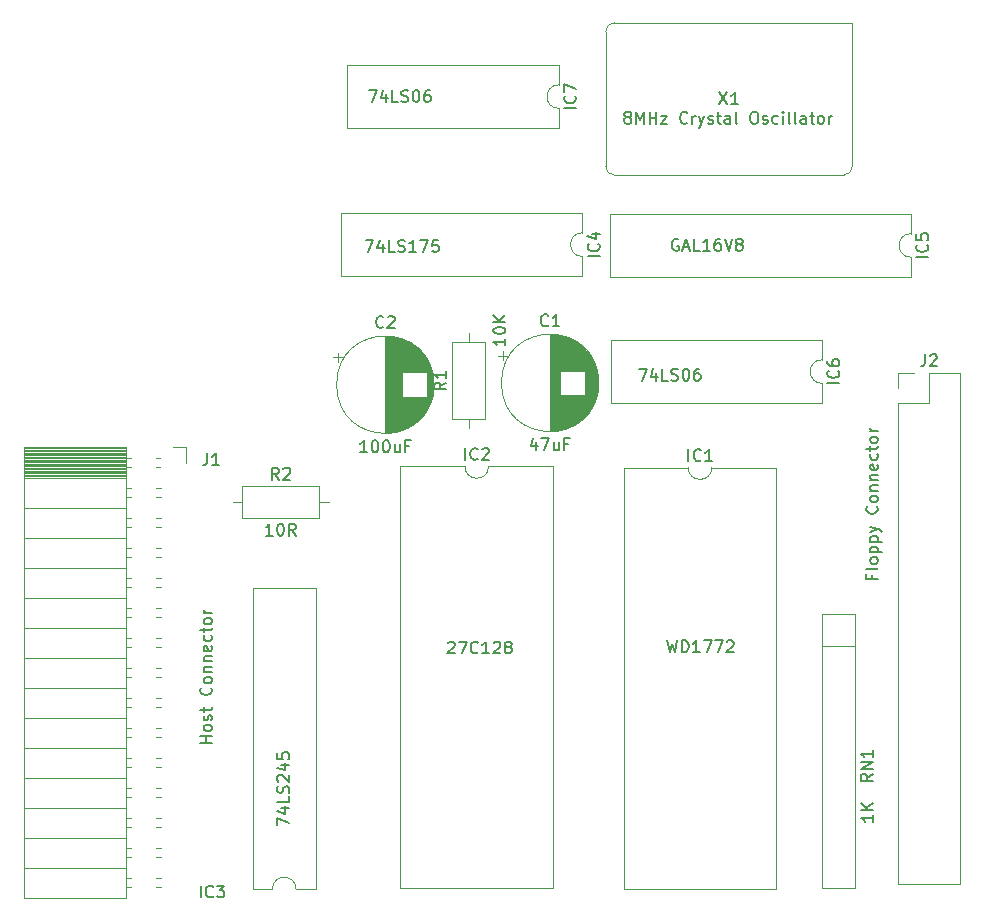
<source format=gbr>
%TF.GenerationSoftware,KiCad,Pcbnew,8.0.3*%
%TF.CreationDate,2024-07-15T19:17:30+01:00*%
%TF.ProjectId,OPD-Computer-One-Disk-Interface,4f50442d-436f-46d7-9075-7465722d4f6e,rev?*%
%TF.SameCoordinates,Original*%
%TF.FileFunction,Legend,Top*%
%TF.FilePolarity,Positive*%
%FSLAX46Y46*%
G04 Gerber Fmt 4.6, Leading zero omitted, Abs format (unit mm)*
G04 Created by KiCad (PCBNEW 8.0.3) date 2024-07-15 19:17:30*
%MOMM*%
%LPD*%
G01*
G04 APERTURE LIST*
%ADD10C,0.150000*%
%ADD11C,0.120000*%
G04 APERTURE END LIST*
D10*
X105768810Y-68524819D02*
X105768810Y-67524819D01*
X106816428Y-68429580D02*
X106768809Y-68477200D01*
X106768809Y-68477200D02*
X106625952Y-68524819D01*
X106625952Y-68524819D02*
X106530714Y-68524819D01*
X106530714Y-68524819D02*
X106387857Y-68477200D01*
X106387857Y-68477200D02*
X106292619Y-68381961D01*
X106292619Y-68381961D02*
X106245000Y-68286723D01*
X106245000Y-68286723D02*
X106197381Y-68096247D01*
X106197381Y-68096247D02*
X106197381Y-67953390D01*
X106197381Y-67953390D02*
X106245000Y-67762914D01*
X106245000Y-67762914D02*
X106292619Y-67667676D01*
X106292619Y-67667676D02*
X106387857Y-67572438D01*
X106387857Y-67572438D02*
X106530714Y-67524819D01*
X106530714Y-67524819D02*
X106625952Y-67524819D01*
X106625952Y-67524819D02*
X106768809Y-67572438D01*
X106768809Y-67572438D02*
X106816428Y-67620057D01*
X107768809Y-68524819D02*
X107197381Y-68524819D01*
X107483095Y-68524819D02*
X107483095Y-67524819D01*
X107483095Y-67524819D02*
X107387857Y-67667676D01*
X107387857Y-67667676D02*
X107292619Y-67762914D01*
X107292619Y-67762914D02*
X107197381Y-67810533D01*
X103966667Y-83704819D02*
X104204762Y-84704819D01*
X104204762Y-84704819D02*
X104395238Y-83990533D01*
X104395238Y-83990533D02*
X104585714Y-84704819D01*
X104585714Y-84704819D02*
X104823810Y-83704819D01*
X105204762Y-84704819D02*
X105204762Y-83704819D01*
X105204762Y-83704819D02*
X105442857Y-83704819D01*
X105442857Y-83704819D02*
X105585714Y-83752438D01*
X105585714Y-83752438D02*
X105680952Y-83847676D01*
X105680952Y-83847676D02*
X105728571Y-83942914D01*
X105728571Y-83942914D02*
X105776190Y-84133390D01*
X105776190Y-84133390D02*
X105776190Y-84276247D01*
X105776190Y-84276247D02*
X105728571Y-84466723D01*
X105728571Y-84466723D02*
X105680952Y-84561961D01*
X105680952Y-84561961D02*
X105585714Y-84657200D01*
X105585714Y-84657200D02*
X105442857Y-84704819D01*
X105442857Y-84704819D02*
X105204762Y-84704819D01*
X106728571Y-84704819D02*
X106157143Y-84704819D01*
X106442857Y-84704819D02*
X106442857Y-83704819D01*
X106442857Y-83704819D02*
X106347619Y-83847676D01*
X106347619Y-83847676D02*
X106252381Y-83942914D01*
X106252381Y-83942914D02*
X106157143Y-83990533D01*
X107061905Y-83704819D02*
X107728571Y-83704819D01*
X107728571Y-83704819D02*
X107300000Y-84704819D01*
X108014286Y-83704819D02*
X108680952Y-83704819D01*
X108680952Y-83704819D02*
X108252381Y-84704819D01*
X109014286Y-83800057D02*
X109061905Y-83752438D01*
X109061905Y-83752438D02*
X109157143Y-83704819D01*
X109157143Y-83704819D02*
X109395238Y-83704819D01*
X109395238Y-83704819D02*
X109490476Y-83752438D01*
X109490476Y-83752438D02*
X109538095Y-83800057D01*
X109538095Y-83800057D02*
X109585714Y-83895295D01*
X109585714Y-83895295D02*
X109585714Y-83990533D01*
X109585714Y-83990533D02*
X109538095Y-84133390D01*
X109538095Y-84133390D02*
X108966667Y-84704819D01*
X108966667Y-84704819D02*
X109585714Y-84704819D01*
X118534819Y-61916189D02*
X117534819Y-61916189D01*
X118439580Y-60868571D02*
X118487200Y-60916190D01*
X118487200Y-60916190D02*
X118534819Y-61059047D01*
X118534819Y-61059047D02*
X118534819Y-61154285D01*
X118534819Y-61154285D02*
X118487200Y-61297142D01*
X118487200Y-61297142D02*
X118391961Y-61392380D01*
X118391961Y-61392380D02*
X118296723Y-61439999D01*
X118296723Y-61439999D02*
X118106247Y-61487618D01*
X118106247Y-61487618D02*
X117963390Y-61487618D01*
X117963390Y-61487618D02*
X117772914Y-61439999D01*
X117772914Y-61439999D02*
X117677676Y-61392380D01*
X117677676Y-61392380D02*
X117582438Y-61297142D01*
X117582438Y-61297142D02*
X117534819Y-61154285D01*
X117534819Y-61154285D02*
X117534819Y-61059047D01*
X117534819Y-61059047D02*
X117582438Y-60916190D01*
X117582438Y-60916190D02*
X117630057Y-60868571D01*
X117534819Y-60011428D02*
X117534819Y-60201904D01*
X117534819Y-60201904D02*
X117582438Y-60297142D01*
X117582438Y-60297142D02*
X117630057Y-60344761D01*
X117630057Y-60344761D02*
X117772914Y-60439999D01*
X117772914Y-60439999D02*
X117963390Y-60487618D01*
X117963390Y-60487618D02*
X118344342Y-60487618D01*
X118344342Y-60487618D02*
X118439580Y-60439999D01*
X118439580Y-60439999D02*
X118487200Y-60392380D01*
X118487200Y-60392380D02*
X118534819Y-60297142D01*
X118534819Y-60297142D02*
X118534819Y-60106666D01*
X118534819Y-60106666D02*
X118487200Y-60011428D01*
X118487200Y-60011428D02*
X118439580Y-59963809D01*
X118439580Y-59963809D02*
X118344342Y-59916190D01*
X118344342Y-59916190D02*
X118106247Y-59916190D01*
X118106247Y-59916190D02*
X118011009Y-59963809D01*
X118011009Y-59963809D02*
X117963390Y-60011428D01*
X117963390Y-60011428D02*
X117915771Y-60106666D01*
X117915771Y-60106666D02*
X117915771Y-60297142D01*
X117915771Y-60297142D02*
X117963390Y-60392380D01*
X117963390Y-60392380D02*
X118011009Y-60439999D01*
X118011009Y-60439999D02*
X118106247Y-60487618D01*
X101557143Y-60704819D02*
X102223809Y-60704819D01*
X102223809Y-60704819D02*
X101795238Y-61704819D01*
X103033333Y-61038152D02*
X103033333Y-61704819D01*
X102795238Y-60657200D02*
X102557143Y-61371485D01*
X102557143Y-61371485D02*
X103176190Y-61371485D01*
X104033333Y-61704819D02*
X103557143Y-61704819D01*
X103557143Y-61704819D02*
X103557143Y-60704819D01*
X104319048Y-61657200D02*
X104461905Y-61704819D01*
X104461905Y-61704819D02*
X104700000Y-61704819D01*
X104700000Y-61704819D02*
X104795238Y-61657200D01*
X104795238Y-61657200D02*
X104842857Y-61609580D01*
X104842857Y-61609580D02*
X104890476Y-61514342D01*
X104890476Y-61514342D02*
X104890476Y-61419104D01*
X104890476Y-61419104D02*
X104842857Y-61323866D01*
X104842857Y-61323866D02*
X104795238Y-61276247D01*
X104795238Y-61276247D02*
X104700000Y-61228628D01*
X104700000Y-61228628D02*
X104509524Y-61181009D01*
X104509524Y-61181009D02*
X104414286Y-61133390D01*
X104414286Y-61133390D02*
X104366667Y-61085771D01*
X104366667Y-61085771D02*
X104319048Y-60990533D01*
X104319048Y-60990533D02*
X104319048Y-60895295D01*
X104319048Y-60895295D02*
X104366667Y-60800057D01*
X104366667Y-60800057D02*
X104414286Y-60752438D01*
X104414286Y-60752438D02*
X104509524Y-60704819D01*
X104509524Y-60704819D02*
X104747619Y-60704819D01*
X104747619Y-60704819D02*
X104890476Y-60752438D01*
X105509524Y-60704819D02*
X105604762Y-60704819D01*
X105604762Y-60704819D02*
X105700000Y-60752438D01*
X105700000Y-60752438D02*
X105747619Y-60800057D01*
X105747619Y-60800057D02*
X105795238Y-60895295D01*
X105795238Y-60895295D02*
X105842857Y-61085771D01*
X105842857Y-61085771D02*
X105842857Y-61323866D01*
X105842857Y-61323866D02*
X105795238Y-61514342D01*
X105795238Y-61514342D02*
X105747619Y-61609580D01*
X105747619Y-61609580D02*
X105700000Y-61657200D01*
X105700000Y-61657200D02*
X105604762Y-61704819D01*
X105604762Y-61704819D02*
X105509524Y-61704819D01*
X105509524Y-61704819D02*
X105414286Y-61657200D01*
X105414286Y-61657200D02*
X105366667Y-61609580D01*
X105366667Y-61609580D02*
X105319048Y-61514342D01*
X105319048Y-61514342D02*
X105271429Y-61323866D01*
X105271429Y-61323866D02*
X105271429Y-61085771D01*
X105271429Y-61085771D02*
X105319048Y-60895295D01*
X105319048Y-60895295D02*
X105366667Y-60800057D01*
X105366667Y-60800057D02*
X105414286Y-60752438D01*
X105414286Y-60752438D02*
X105509524Y-60704819D01*
X106700000Y-60704819D02*
X106509524Y-60704819D01*
X106509524Y-60704819D02*
X106414286Y-60752438D01*
X106414286Y-60752438D02*
X106366667Y-60800057D01*
X106366667Y-60800057D02*
X106271429Y-60942914D01*
X106271429Y-60942914D02*
X106223810Y-61133390D01*
X106223810Y-61133390D02*
X106223810Y-61514342D01*
X106223810Y-61514342D02*
X106271429Y-61609580D01*
X106271429Y-61609580D02*
X106319048Y-61657200D01*
X106319048Y-61657200D02*
X106414286Y-61704819D01*
X106414286Y-61704819D02*
X106604762Y-61704819D01*
X106604762Y-61704819D02*
X106700000Y-61657200D01*
X106700000Y-61657200D02*
X106747619Y-61609580D01*
X106747619Y-61609580D02*
X106795238Y-61514342D01*
X106795238Y-61514342D02*
X106795238Y-61276247D01*
X106795238Y-61276247D02*
X106747619Y-61181009D01*
X106747619Y-61181009D02*
X106700000Y-61133390D01*
X106700000Y-61133390D02*
X106604762Y-61085771D01*
X106604762Y-61085771D02*
X106414286Y-61085771D01*
X106414286Y-61085771D02*
X106319048Y-61133390D01*
X106319048Y-61133390D02*
X106271429Y-61181009D01*
X106271429Y-61181009D02*
X106223810Y-61276247D01*
X96244819Y-38636189D02*
X95244819Y-38636189D01*
X96149580Y-37588571D02*
X96197200Y-37636190D01*
X96197200Y-37636190D02*
X96244819Y-37779047D01*
X96244819Y-37779047D02*
X96244819Y-37874285D01*
X96244819Y-37874285D02*
X96197200Y-38017142D01*
X96197200Y-38017142D02*
X96101961Y-38112380D01*
X96101961Y-38112380D02*
X96006723Y-38159999D01*
X96006723Y-38159999D02*
X95816247Y-38207618D01*
X95816247Y-38207618D02*
X95673390Y-38207618D01*
X95673390Y-38207618D02*
X95482914Y-38159999D01*
X95482914Y-38159999D02*
X95387676Y-38112380D01*
X95387676Y-38112380D02*
X95292438Y-38017142D01*
X95292438Y-38017142D02*
X95244819Y-37874285D01*
X95244819Y-37874285D02*
X95244819Y-37779047D01*
X95244819Y-37779047D02*
X95292438Y-37636190D01*
X95292438Y-37636190D02*
X95340057Y-37588571D01*
X95244819Y-37255237D02*
X95244819Y-36588571D01*
X95244819Y-36588571D02*
X96244819Y-37017142D01*
X78707143Y-37114819D02*
X79373809Y-37114819D01*
X79373809Y-37114819D02*
X78945238Y-38114819D01*
X80183333Y-37448152D02*
X80183333Y-38114819D01*
X79945238Y-37067200D02*
X79707143Y-37781485D01*
X79707143Y-37781485D02*
X80326190Y-37781485D01*
X81183333Y-38114819D02*
X80707143Y-38114819D01*
X80707143Y-38114819D02*
X80707143Y-37114819D01*
X81469048Y-38067200D02*
X81611905Y-38114819D01*
X81611905Y-38114819D02*
X81850000Y-38114819D01*
X81850000Y-38114819D02*
X81945238Y-38067200D01*
X81945238Y-38067200D02*
X81992857Y-38019580D01*
X81992857Y-38019580D02*
X82040476Y-37924342D01*
X82040476Y-37924342D02*
X82040476Y-37829104D01*
X82040476Y-37829104D02*
X81992857Y-37733866D01*
X81992857Y-37733866D02*
X81945238Y-37686247D01*
X81945238Y-37686247D02*
X81850000Y-37638628D01*
X81850000Y-37638628D02*
X81659524Y-37591009D01*
X81659524Y-37591009D02*
X81564286Y-37543390D01*
X81564286Y-37543390D02*
X81516667Y-37495771D01*
X81516667Y-37495771D02*
X81469048Y-37400533D01*
X81469048Y-37400533D02*
X81469048Y-37305295D01*
X81469048Y-37305295D02*
X81516667Y-37210057D01*
X81516667Y-37210057D02*
X81564286Y-37162438D01*
X81564286Y-37162438D02*
X81659524Y-37114819D01*
X81659524Y-37114819D02*
X81897619Y-37114819D01*
X81897619Y-37114819D02*
X82040476Y-37162438D01*
X82659524Y-37114819D02*
X82754762Y-37114819D01*
X82754762Y-37114819D02*
X82850000Y-37162438D01*
X82850000Y-37162438D02*
X82897619Y-37210057D01*
X82897619Y-37210057D02*
X82945238Y-37305295D01*
X82945238Y-37305295D02*
X82992857Y-37495771D01*
X82992857Y-37495771D02*
X82992857Y-37733866D01*
X82992857Y-37733866D02*
X82945238Y-37924342D01*
X82945238Y-37924342D02*
X82897619Y-38019580D01*
X82897619Y-38019580D02*
X82850000Y-38067200D01*
X82850000Y-38067200D02*
X82754762Y-38114819D01*
X82754762Y-38114819D02*
X82659524Y-38114819D01*
X82659524Y-38114819D02*
X82564286Y-38067200D01*
X82564286Y-38067200D02*
X82516667Y-38019580D01*
X82516667Y-38019580D02*
X82469048Y-37924342D01*
X82469048Y-37924342D02*
X82421429Y-37733866D01*
X82421429Y-37733866D02*
X82421429Y-37495771D01*
X82421429Y-37495771D02*
X82469048Y-37305295D01*
X82469048Y-37305295D02*
X82516667Y-37210057D01*
X82516667Y-37210057D02*
X82564286Y-37162438D01*
X82564286Y-37162438D02*
X82659524Y-37114819D01*
X83850000Y-37114819D02*
X83659524Y-37114819D01*
X83659524Y-37114819D02*
X83564286Y-37162438D01*
X83564286Y-37162438D02*
X83516667Y-37210057D01*
X83516667Y-37210057D02*
X83421429Y-37352914D01*
X83421429Y-37352914D02*
X83373810Y-37543390D01*
X83373810Y-37543390D02*
X83373810Y-37924342D01*
X83373810Y-37924342D02*
X83421429Y-38019580D01*
X83421429Y-38019580D02*
X83469048Y-38067200D01*
X83469048Y-38067200D02*
X83564286Y-38114819D01*
X83564286Y-38114819D02*
X83754762Y-38114819D01*
X83754762Y-38114819D02*
X83850000Y-38067200D01*
X83850000Y-38067200D02*
X83897619Y-38019580D01*
X83897619Y-38019580D02*
X83945238Y-37924342D01*
X83945238Y-37924342D02*
X83945238Y-37686247D01*
X83945238Y-37686247D02*
X83897619Y-37591009D01*
X83897619Y-37591009D02*
X83850000Y-37543390D01*
X83850000Y-37543390D02*
X83754762Y-37495771D01*
X83754762Y-37495771D02*
X83564286Y-37495771D01*
X83564286Y-37495771D02*
X83469048Y-37543390D01*
X83469048Y-37543390D02*
X83421429Y-37591009D01*
X83421429Y-37591009D02*
X83373810Y-37686247D01*
X65016666Y-67854819D02*
X65016666Y-68569104D01*
X65016666Y-68569104D02*
X64969047Y-68711961D01*
X64969047Y-68711961D02*
X64873809Y-68807200D01*
X64873809Y-68807200D02*
X64730952Y-68854819D01*
X64730952Y-68854819D02*
X64635714Y-68854819D01*
X66016666Y-68854819D02*
X65445238Y-68854819D01*
X65730952Y-68854819D02*
X65730952Y-67854819D01*
X65730952Y-67854819D02*
X65635714Y-67997676D01*
X65635714Y-67997676D02*
X65540476Y-68092914D01*
X65540476Y-68092914D02*
X65445238Y-68140533D01*
X65404819Y-92371429D02*
X64404819Y-92371429D01*
X64881009Y-92371429D02*
X64881009Y-91800001D01*
X65404819Y-91800001D02*
X64404819Y-91800001D01*
X65404819Y-91180953D02*
X65357200Y-91276191D01*
X65357200Y-91276191D02*
X65309580Y-91323810D01*
X65309580Y-91323810D02*
X65214342Y-91371429D01*
X65214342Y-91371429D02*
X64928628Y-91371429D01*
X64928628Y-91371429D02*
X64833390Y-91323810D01*
X64833390Y-91323810D02*
X64785771Y-91276191D01*
X64785771Y-91276191D02*
X64738152Y-91180953D01*
X64738152Y-91180953D02*
X64738152Y-91038096D01*
X64738152Y-91038096D02*
X64785771Y-90942858D01*
X64785771Y-90942858D02*
X64833390Y-90895239D01*
X64833390Y-90895239D02*
X64928628Y-90847620D01*
X64928628Y-90847620D02*
X65214342Y-90847620D01*
X65214342Y-90847620D02*
X65309580Y-90895239D01*
X65309580Y-90895239D02*
X65357200Y-90942858D01*
X65357200Y-90942858D02*
X65404819Y-91038096D01*
X65404819Y-91038096D02*
X65404819Y-91180953D01*
X65357200Y-90466667D02*
X65404819Y-90371429D01*
X65404819Y-90371429D02*
X65404819Y-90180953D01*
X65404819Y-90180953D02*
X65357200Y-90085715D01*
X65357200Y-90085715D02*
X65261961Y-90038096D01*
X65261961Y-90038096D02*
X65214342Y-90038096D01*
X65214342Y-90038096D02*
X65119104Y-90085715D01*
X65119104Y-90085715D02*
X65071485Y-90180953D01*
X65071485Y-90180953D02*
X65071485Y-90323810D01*
X65071485Y-90323810D02*
X65023866Y-90419048D01*
X65023866Y-90419048D02*
X64928628Y-90466667D01*
X64928628Y-90466667D02*
X64881009Y-90466667D01*
X64881009Y-90466667D02*
X64785771Y-90419048D01*
X64785771Y-90419048D02*
X64738152Y-90323810D01*
X64738152Y-90323810D02*
X64738152Y-90180953D01*
X64738152Y-90180953D02*
X64785771Y-90085715D01*
X64738152Y-89752381D02*
X64738152Y-89371429D01*
X64404819Y-89609524D02*
X65261961Y-89609524D01*
X65261961Y-89609524D02*
X65357200Y-89561905D01*
X65357200Y-89561905D02*
X65404819Y-89466667D01*
X65404819Y-89466667D02*
X65404819Y-89371429D01*
X65309580Y-87704762D02*
X65357200Y-87752381D01*
X65357200Y-87752381D02*
X65404819Y-87895238D01*
X65404819Y-87895238D02*
X65404819Y-87990476D01*
X65404819Y-87990476D02*
X65357200Y-88133333D01*
X65357200Y-88133333D02*
X65261961Y-88228571D01*
X65261961Y-88228571D02*
X65166723Y-88276190D01*
X65166723Y-88276190D02*
X64976247Y-88323809D01*
X64976247Y-88323809D02*
X64833390Y-88323809D01*
X64833390Y-88323809D02*
X64642914Y-88276190D01*
X64642914Y-88276190D02*
X64547676Y-88228571D01*
X64547676Y-88228571D02*
X64452438Y-88133333D01*
X64452438Y-88133333D02*
X64404819Y-87990476D01*
X64404819Y-87990476D02*
X64404819Y-87895238D01*
X64404819Y-87895238D02*
X64452438Y-87752381D01*
X64452438Y-87752381D02*
X64500057Y-87704762D01*
X65404819Y-87133333D02*
X65357200Y-87228571D01*
X65357200Y-87228571D02*
X65309580Y-87276190D01*
X65309580Y-87276190D02*
X65214342Y-87323809D01*
X65214342Y-87323809D02*
X64928628Y-87323809D01*
X64928628Y-87323809D02*
X64833390Y-87276190D01*
X64833390Y-87276190D02*
X64785771Y-87228571D01*
X64785771Y-87228571D02*
X64738152Y-87133333D01*
X64738152Y-87133333D02*
X64738152Y-86990476D01*
X64738152Y-86990476D02*
X64785771Y-86895238D01*
X64785771Y-86895238D02*
X64833390Y-86847619D01*
X64833390Y-86847619D02*
X64928628Y-86800000D01*
X64928628Y-86800000D02*
X65214342Y-86800000D01*
X65214342Y-86800000D02*
X65309580Y-86847619D01*
X65309580Y-86847619D02*
X65357200Y-86895238D01*
X65357200Y-86895238D02*
X65404819Y-86990476D01*
X65404819Y-86990476D02*
X65404819Y-87133333D01*
X64738152Y-86371428D02*
X65404819Y-86371428D01*
X64833390Y-86371428D02*
X64785771Y-86323809D01*
X64785771Y-86323809D02*
X64738152Y-86228571D01*
X64738152Y-86228571D02*
X64738152Y-86085714D01*
X64738152Y-86085714D02*
X64785771Y-85990476D01*
X64785771Y-85990476D02*
X64881009Y-85942857D01*
X64881009Y-85942857D02*
X65404819Y-85942857D01*
X64738152Y-85466666D02*
X65404819Y-85466666D01*
X64833390Y-85466666D02*
X64785771Y-85419047D01*
X64785771Y-85419047D02*
X64738152Y-85323809D01*
X64738152Y-85323809D02*
X64738152Y-85180952D01*
X64738152Y-85180952D02*
X64785771Y-85085714D01*
X64785771Y-85085714D02*
X64881009Y-85038095D01*
X64881009Y-85038095D02*
X65404819Y-85038095D01*
X65357200Y-84180952D02*
X65404819Y-84276190D01*
X65404819Y-84276190D02*
X65404819Y-84466666D01*
X65404819Y-84466666D02*
X65357200Y-84561904D01*
X65357200Y-84561904D02*
X65261961Y-84609523D01*
X65261961Y-84609523D02*
X64881009Y-84609523D01*
X64881009Y-84609523D02*
X64785771Y-84561904D01*
X64785771Y-84561904D02*
X64738152Y-84466666D01*
X64738152Y-84466666D02*
X64738152Y-84276190D01*
X64738152Y-84276190D02*
X64785771Y-84180952D01*
X64785771Y-84180952D02*
X64881009Y-84133333D01*
X64881009Y-84133333D02*
X64976247Y-84133333D01*
X64976247Y-84133333D02*
X65071485Y-84609523D01*
X65357200Y-83276190D02*
X65404819Y-83371428D01*
X65404819Y-83371428D02*
X65404819Y-83561904D01*
X65404819Y-83561904D02*
X65357200Y-83657142D01*
X65357200Y-83657142D02*
X65309580Y-83704761D01*
X65309580Y-83704761D02*
X65214342Y-83752380D01*
X65214342Y-83752380D02*
X64928628Y-83752380D01*
X64928628Y-83752380D02*
X64833390Y-83704761D01*
X64833390Y-83704761D02*
X64785771Y-83657142D01*
X64785771Y-83657142D02*
X64738152Y-83561904D01*
X64738152Y-83561904D02*
X64738152Y-83371428D01*
X64738152Y-83371428D02*
X64785771Y-83276190D01*
X64738152Y-82990475D02*
X64738152Y-82609523D01*
X64404819Y-82847618D02*
X65261961Y-82847618D01*
X65261961Y-82847618D02*
X65357200Y-82799999D01*
X65357200Y-82799999D02*
X65404819Y-82704761D01*
X65404819Y-82704761D02*
X65404819Y-82609523D01*
X65404819Y-82133332D02*
X65357200Y-82228570D01*
X65357200Y-82228570D02*
X65309580Y-82276189D01*
X65309580Y-82276189D02*
X65214342Y-82323808D01*
X65214342Y-82323808D02*
X64928628Y-82323808D01*
X64928628Y-82323808D02*
X64833390Y-82276189D01*
X64833390Y-82276189D02*
X64785771Y-82228570D01*
X64785771Y-82228570D02*
X64738152Y-82133332D01*
X64738152Y-82133332D02*
X64738152Y-81990475D01*
X64738152Y-81990475D02*
X64785771Y-81895237D01*
X64785771Y-81895237D02*
X64833390Y-81847618D01*
X64833390Y-81847618D02*
X64928628Y-81799999D01*
X64928628Y-81799999D02*
X65214342Y-81799999D01*
X65214342Y-81799999D02*
X65309580Y-81847618D01*
X65309580Y-81847618D02*
X65357200Y-81895237D01*
X65357200Y-81895237D02*
X65404819Y-81990475D01*
X65404819Y-81990475D02*
X65404819Y-82133332D01*
X65404819Y-81371427D02*
X64738152Y-81371427D01*
X64928628Y-81371427D02*
X64833390Y-81323808D01*
X64833390Y-81323808D02*
X64785771Y-81276189D01*
X64785771Y-81276189D02*
X64738152Y-81180951D01*
X64738152Y-81180951D02*
X64738152Y-81085713D01*
X126059819Y-51236189D02*
X125059819Y-51236189D01*
X125964580Y-50188571D02*
X126012200Y-50236190D01*
X126012200Y-50236190D02*
X126059819Y-50379047D01*
X126059819Y-50379047D02*
X126059819Y-50474285D01*
X126059819Y-50474285D02*
X126012200Y-50617142D01*
X126012200Y-50617142D02*
X125916961Y-50712380D01*
X125916961Y-50712380D02*
X125821723Y-50759999D01*
X125821723Y-50759999D02*
X125631247Y-50807618D01*
X125631247Y-50807618D02*
X125488390Y-50807618D01*
X125488390Y-50807618D02*
X125297914Y-50759999D01*
X125297914Y-50759999D02*
X125202676Y-50712380D01*
X125202676Y-50712380D02*
X125107438Y-50617142D01*
X125107438Y-50617142D02*
X125059819Y-50474285D01*
X125059819Y-50474285D02*
X125059819Y-50379047D01*
X125059819Y-50379047D02*
X125107438Y-50236190D01*
X125107438Y-50236190D02*
X125155057Y-50188571D01*
X125059819Y-49283809D02*
X125059819Y-49759999D01*
X125059819Y-49759999D02*
X125536009Y-49807618D01*
X125536009Y-49807618D02*
X125488390Y-49759999D01*
X125488390Y-49759999D02*
X125440771Y-49664761D01*
X125440771Y-49664761D02*
X125440771Y-49426666D01*
X125440771Y-49426666D02*
X125488390Y-49331428D01*
X125488390Y-49331428D02*
X125536009Y-49283809D01*
X125536009Y-49283809D02*
X125631247Y-49236190D01*
X125631247Y-49236190D02*
X125869342Y-49236190D01*
X125869342Y-49236190D02*
X125964580Y-49283809D01*
X125964580Y-49283809D02*
X126012200Y-49331428D01*
X126012200Y-49331428D02*
X126059819Y-49426666D01*
X126059819Y-49426666D02*
X126059819Y-49664761D01*
X126059819Y-49664761D02*
X126012200Y-49759999D01*
X126012200Y-49759999D02*
X125964580Y-49807618D01*
X104921428Y-49752438D02*
X104826190Y-49704819D01*
X104826190Y-49704819D02*
X104683333Y-49704819D01*
X104683333Y-49704819D02*
X104540476Y-49752438D01*
X104540476Y-49752438D02*
X104445238Y-49847676D01*
X104445238Y-49847676D02*
X104397619Y-49942914D01*
X104397619Y-49942914D02*
X104350000Y-50133390D01*
X104350000Y-50133390D02*
X104350000Y-50276247D01*
X104350000Y-50276247D02*
X104397619Y-50466723D01*
X104397619Y-50466723D02*
X104445238Y-50561961D01*
X104445238Y-50561961D02*
X104540476Y-50657200D01*
X104540476Y-50657200D02*
X104683333Y-50704819D01*
X104683333Y-50704819D02*
X104778571Y-50704819D01*
X104778571Y-50704819D02*
X104921428Y-50657200D01*
X104921428Y-50657200D02*
X104969047Y-50609580D01*
X104969047Y-50609580D02*
X104969047Y-50276247D01*
X104969047Y-50276247D02*
X104778571Y-50276247D01*
X105350000Y-50419104D02*
X105826190Y-50419104D01*
X105254762Y-50704819D02*
X105588095Y-49704819D01*
X105588095Y-49704819D02*
X105921428Y-50704819D01*
X106730952Y-50704819D02*
X106254762Y-50704819D01*
X106254762Y-50704819D02*
X106254762Y-49704819D01*
X107588095Y-50704819D02*
X107016667Y-50704819D01*
X107302381Y-50704819D02*
X107302381Y-49704819D01*
X107302381Y-49704819D02*
X107207143Y-49847676D01*
X107207143Y-49847676D02*
X107111905Y-49942914D01*
X107111905Y-49942914D02*
X107016667Y-49990533D01*
X108445238Y-49704819D02*
X108254762Y-49704819D01*
X108254762Y-49704819D02*
X108159524Y-49752438D01*
X108159524Y-49752438D02*
X108111905Y-49800057D01*
X108111905Y-49800057D02*
X108016667Y-49942914D01*
X108016667Y-49942914D02*
X107969048Y-50133390D01*
X107969048Y-50133390D02*
X107969048Y-50514342D01*
X107969048Y-50514342D02*
X108016667Y-50609580D01*
X108016667Y-50609580D02*
X108064286Y-50657200D01*
X108064286Y-50657200D02*
X108159524Y-50704819D01*
X108159524Y-50704819D02*
X108350000Y-50704819D01*
X108350000Y-50704819D02*
X108445238Y-50657200D01*
X108445238Y-50657200D02*
X108492857Y-50609580D01*
X108492857Y-50609580D02*
X108540476Y-50514342D01*
X108540476Y-50514342D02*
X108540476Y-50276247D01*
X108540476Y-50276247D02*
X108492857Y-50181009D01*
X108492857Y-50181009D02*
X108445238Y-50133390D01*
X108445238Y-50133390D02*
X108350000Y-50085771D01*
X108350000Y-50085771D02*
X108159524Y-50085771D01*
X108159524Y-50085771D02*
X108064286Y-50133390D01*
X108064286Y-50133390D02*
X108016667Y-50181009D01*
X108016667Y-50181009D02*
X107969048Y-50276247D01*
X108826191Y-49704819D02*
X109159524Y-50704819D01*
X109159524Y-50704819D02*
X109492857Y-49704819D01*
X109969048Y-50133390D02*
X109873810Y-50085771D01*
X109873810Y-50085771D02*
X109826191Y-50038152D01*
X109826191Y-50038152D02*
X109778572Y-49942914D01*
X109778572Y-49942914D02*
X109778572Y-49895295D01*
X109778572Y-49895295D02*
X109826191Y-49800057D01*
X109826191Y-49800057D02*
X109873810Y-49752438D01*
X109873810Y-49752438D02*
X109969048Y-49704819D01*
X109969048Y-49704819D02*
X110159524Y-49704819D01*
X110159524Y-49704819D02*
X110254762Y-49752438D01*
X110254762Y-49752438D02*
X110302381Y-49800057D01*
X110302381Y-49800057D02*
X110350000Y-49895295D01*
X110350000Y-49895295D02*
X110350000Y-49942914D01*
X110350000Y-49942914D02*
X110302381Y-50038152D01*
X110302381Y-50038152D02*
X110254762Y-50085771D01*
X110254762Y-50085771D02*
X110159524Y-50133390D01*
X110159524Y-50133390D02*
X109969048Y-50133390D01*
X109969048Y-50133390D02*
X109873810Y-50181009D01*
X109873810Y-50181009D02*
X109826191Y-50228628D01*
X109826191Y-50228628D02*
X109778572Y-50323866D01*
X109778572Y-50323866D02*
X109778572Y-50514342D01*
X109778572Y-50514342D02*
X109826191Y-50609580D01*
X109826191Y-50609580D02*
X109873810Y-50657200D01*
X109873810Y-50657200D02*
X109969048Y-50704819D01*
X109969048Y-50704819D02*
X110159524Y-50704819D01*
X110159524Y-50704819D02*
X110254762Y-50657200D01*
X110254762Y-50657200D02*
X110302381Y-50609580D01*
X110302381Y-50609580D02*
X110350000Y-50514342D01*
X110350000Y-50514342D02*
X110350000Y-50323866D01*
X110350000Y-50323866D02*
X110302381Y-50228628D01*
X110302381Y-50228628D02*
X110254762Y-50181009D01*
X110254762Y-50181009D02*
X110159524Y-50133390D01*
X108390476Y-37304819D02*
X109057142Y-38304819D01*
X109057142Y-37304819D02*
X108390476Y-38304819D01*
X109961904Y-38304819D02*
X109390476Y-38304819D01*
X109676190Y-38304819D02*
X109676190Y-37304819D01*
X109676190Y-37304819D02*
X109580952Y-37447676D01*
X109580952Y-37447676D02*
X109485714Y-37542914D01*
X109485714Y-37542914D02*
X109390476Y-37590533D01*
X100528569Y-39383390D02*
X100433331Y-39335771D01*
X100433331Y-39335771D02*
X100385712Y-39288152D01*
X100385712Y-39288152D02*
X100338093Y-39192914D01*
X100338093Y-39192914D02*
X100338093Y-39145295D01*
X100338093Y-39145295D02*
X100385712Y-39050057D01*
X100385712Y-39050057D02*
X100433331Y-39002438D01*
X100433331Y-39002438D02*
X100528569Y-38954819D01*
X100528569Y-38954819D02*
X100719045Y-38954819D01*
X100719045Y-38954819D02*
X100814283Y-39002438D01*
X100814283Y-39002438D02*
X100861902Y-39050057D01*
X100861902Y-39050057D02*
X100909521Y-39145295D01*
X100909521Y-39145295D02*
X100909521Y-39192914D01*
X100909521Y-39192914D02*
X100861902Y-39288152D01*
X100861902Y-39288152D02*
X100814283Y-39335771D01*
X100814283Y-39335771D02*
X100719045Y-39383390D01*
X100719045Y-39383390D02*
X100528569Y-39383390D01*
X100528569Y-39383390D02*
X100433331Y-39431009D01*
X100433331Y-39431009D02*
X100385712Y-39478628D01*
X100385712Y-39478628D02*
X100338093Y-39573866D01*
X100338093Y-39573866D02*
X100338093Y-39764342D01*
X100338093Y-39764342D02*
X100385712Y-39859580D01*
X100385712Y-39859580D02*
X100433331Y-39907200D01*
X100433331Y-39907200D02*
X100528569Y-39954819D01*
X100528569Y-39954819D02*
X100719045Y-39954819D01*
X100719045Y-39954819D02*
X100814283Y-39907200D01*
X100814283Y-39907200D02*
X100861902Y-39859580D01*
X100861902Y-39859580D02*
X100909521Y-39764342D01*
X100909521Y-39764342D02*
X100909521Y-39573866D01*
X100909521Y-39573866D02*
X100861902Y-39478628D01*
X100861902Y-39478628D02*
X100814283Y-39431009D01*
X100814283Y-39431009D02*
X100719045Y-39383390D01*
X101338093Y-39954819D02*
X101338093Y-38954819D01*
X101338093Y-38954819D02*
X101671426Y-39669104D01*
X101671426Y-39669104D02*
X102004759Y-38954819D01*
X102004759Y-38954819D02*
X102004759Y-39954819D01*
X102480950Y-39954819D02*
X102480950Y-38954819D01*
X102480950Y-39431009D02*
X103052378Y-39431009D01*
X103052378Y-39954819D02*
X103052378Y-38954819D01*
X103433331Y-39288152D02*
X103957140Y-39288152D01*
X103957140Y-39288152D02*
X103433331Y-39954819D01*
X103433331Y-39954819D02*
X103957140Y-39954819D01*
X105671426Y-39859580D02*
X105623807Y-39907200D01*
X105623807Y-39907200D02*
X105480950Y-39954819D01*
X105480950Y-39954819D02*
X105385712Y-39954819D01*
X105385712Y-39954819D02*
X105242855Y-39907200D01*
X105242855Y-39907200D02*
X105147617Y-39811961D01*
X105147617Y-39811961D02*
X105099998Y-39716723D01*
X105099998Y-39716723D02*
X105052379Y-39526247D01*
X105052379Y-39526247D02*
X105052379Y-39383390D01*
X105052379Y-39383390D02*
X105099998Y-39192914D01*
X105099998Y-39192914D02*
X105147617Y-39097676D01*
X105147617Y-39097676D02*
X105242855Y-39002438D01*
X105242855Y-39002438D02*
X105385712Y-38954819D01*
X105385712Y-38954819D02*
X105480950Y-38954819D01*
X105480950Y-38954819D02*
X105623807Y-39002438D01*
X105623807Y-39002438D02*
X105671426Y-39050057D01*
X106099998Y-39954819D02*
X106099998Y-39288152D01*
X106099998Y-39478628D02*
X106147617Y-39383390D01*
X106147617Y-39383390D02*
X106195236Y-39335771D01*
X106195236Y-39335771D02*
X106290474Y-39288152D01*
X106290474Y-39288152D02*
X106385712Y-39288152D01*
X106623808Y-39288152D02*
X106861903Y-39954819D01*
X107099998Y-39288152D02*
X106861903Y-39954819D01*
X106861903Y-39954819D02*
X106766665Y-40192914D01*
X106766665Y-40192914D02*
X106719046Y-40240533D01*
X106719046Y-40240533D02*
X106623808Y-40288152D01*
X107433332Y-39907200D02*
X107528570Y-39954819D01*
X107528570Y-39954819D02*
X107719046Y-39954819D01*
X107719046Y-39954819D02*
X107814284Y-39907200D01*
X107814284Y-39907200D02*
X107861903Y-39811961D01*
X107861903Y-39811961D02*
X107861903Y-39764342D01*
X107861903Y-39764342D02*
X107814284Y-39669104D01*
X107814284Y-39669104D02*
X107719046Y-39621485D01*
X107719046Y-39621485D02*
X107576189Y-39621485D01*
X107576189Y-39621485D02*
X107480951Y-39573866D01*
X107480951Y-39573866D02*
X107433332Y-39478628D01*
X107433332Y-39478628D02*
X107433332Y-39431009D01*
X107433332Y-39431009D02*
X107480951Y-39335771D01*
X107480951Y-39335771D02*
X107576189Y-39288152D01*
X107576189Y-39288152D02*
X107719046Y-39288152D01*
X107719046Y-39288152D02*
X107814284Y-39335771D01*
X108147618Y-39288152D02*
X108528570Y-39288152D01*
X108290475Y-38954819D02*
X108290475Y-39811961D01*
X108290475Y-39811961D02*
X108338094Y-39907200D01*
X108338094Y-39907200D02*
X108433332Y-39954819D01*
X108433332Y-39954819D02*
X108528570Y-39954819D01*
X109290475Y-39954819D02*
X109290475Y-39431009D01*
X109290475Y-39431009D02*
X109242856Y-39335771D01*
X109242856Y-39335771D02*
X109147618Y-39288152D01*
X109147618Y-39288152D02*
X108957142Y-39288152D01*
X108957142Y-39288152D02*
X108861904Y-39335771D01*
X109290475Y-39907200D02*
X109195237Y-39954819D01*
X109195237Y-39954819D02*
X108957142Y-39954819D01*
X108957142Y-39954819D02*
X108861904Y-39907200D01*
X108861904Y-39907200D02*
X108814285Y-39811961D01*
X108814285Y-39811961D02*
X108814285Y-39716723D01*
X108814285Y-39716723D02*
X108861904Y-39621485D01*
X108861904Y-39621485D02*
X108957142Y-39573866D01*
X108957142Y-39573866D02*
X109195237Y-39573866D01*
X109195237Y-39573866D02*
X109290475Y-39526247D01*
X109909523Y-39954819D02*
X109814285Y-39907200D01*
X109814285Y-39907200D02*
X109766666Y-39811961D01*
X109766666Y-39811961D02*
X109766666Y-38954819D01*
X111242857Y-38954819D02*
X111433333Y-38954819D01*
X111433333Y-38954819D02*
X111528571Y-39002438D01*
X111528571Y-39002438D02*
X111623809Y-39097676D01*
X111623809Y-39097676D02*
X111671428Y-39288152D01*
X111671428Y-39288152D02*
X111671428Y-39621485D01*
X111671428Y-39621485D02*
X111623809Y-39811961D01*
X111623809Y-39811961D02*
X111528571Y-39907200D01*
X111528571Y-39907200D02*
X111433333Y-39954819D01*
X111433333Y-39954819D02*
X111242857Y-39954819D01*
X111242857Y-39954819D02*
X111147619Y-39907200D01*
X111147619Y-39907200D02*
X111052381Y-39811961D01*
X111052381Y-39811961D02*
X111004762Y-39621485D01*
X111004762Y-39621485D02*
X111004762Y-39288152D01*
X111004762Y-39288152D02*
X111052381Y-39097676D01*
X111052381Y-39097676D02*
X111147619Y-39002438D01*
X111147619Y-39002438D02*
X111242857Y-38954819D01*
X112052381Y-39907200D02*
X112147619Y-39954819D01*
X112147619Y-39954819D02*
X112338095Y-39954819D01*
X112338095Y-39954819D02*
X112433333Y-39907200D01*
X112433333Y-39907200D02*
X112480952Y-39811961D01*
X112480952Y-39811961D02*
X112480952Y-39764342D01*
X112480952Y-39764342D02*
X112433333Y-39669104D01*
X112433333Y-39669104D02*
X112338095Y-39621485D01*
X112338095Y-39621485D02*
X112195238Y-39621485D01*
X112195238Y-39621485D02*
X112100000Y-39573866D01*
X112100000Y-39573866D02*
X112052381Y-39478628D01*
X112052381Y-39478628D02*
X112052381Y-39431009D01*
X112052381Y-39431009D02*
X112100000Y-39335771D01*
X112100000Y-39335771D02*
X112195238Y-39288152D01*
X112195238Y-39288152D02*
X112338095Y-39288152D01*
X112338095Y-39288152D02*
X112433333Y-39335771D01*
X113338095Y-39907200D02*
X113242857Y-39954819D01*
X113242857Y-39954819D02*
X113052381Y-39954819D01*
X113052381Y-39954819D02*
X112957143Y-39907200D01*
X112957143Y-39907200D02*
X112909524Y-39859580D01*
X112909524Y-39859580D02*
X112861905Y-39764342D01*
X112861905Y-39764342D02*
X112861905Y-39478628D01*
X112861905Y-39478628D02*
X112909524Y-39383390D01*
X112909524Y-39383390D02*
X112957143Y-39335771D01*
X112957143Y-39335771D02*
X113052381Y-39288152D01*
X113052381Y-39288152D02*
X113242857Y-39288152D01*
X113242857Y-39288152D02*
X113338095Y-39335771D01*
X113766667Y-39954819D02*
X113766667Y-39288152D01*
X113766667Y-38954819D02*
X113719048Y-39002438D01*
X113719048Y-39002438D02*
X113766667Y-39050057D01*
X113766667Y-39050057D02*
X113814286Y-39002438D01*
X113814286Y-39002438D02*
X113766667Y-38954819D01*
X113766667Y-38954819D02*
X113766667Y-39050057D01*
X114385714Y-39954819D02*
X114290476Y-39907200D01*
X114290476Y-39907200D02*
X114242857Y-39811961D01*
X114242857Y-39811961D02*
X114242857Y-38954819D01*
X114909524Y-39954819D02*
X114814286Y-39907200D01*
X114814286Y-39907200D02*
X114766667Y-39811961D01*
X114766667Y-39811961D02*
X114766667Y-38954819D01*
X115719048Y-39954819D02*
X115719048Y-39431009D01*
X115719048Y-39431009D02*
X115671429Y-39335771D01*
X115671429Y-39335771D02*
X115576191Y-39288152D01*
X115576191Y-39288152D02*
X115385715Y-39288152D01*
X115385715Y-39288152D02*
X115290477Y-39335771D01*
X115719048Y-39907200D02*
X115623810Y-39954819D01*
X115623810Y-39954819D02*
X115385715Y-39954819D01*
X115385715Y-39954819D02*
X115290477Y-39907200D01*
X115290477Y-39907200D02*
X115242858Y-39811961D01*
X115242858Y-39811961D02*
X115242858Y-39716723D01*
X115242858Y-39716723D02*
X115290477Y-39621485D01*
X115290477Y-39621485D02*
X115385715Y-39573866D01*
X115385715Y-39573866D02*
X115623810Y-39573866D01*
X115623810Y-39573866D02*
X115719048Y-39526247D01*
X116052382Y-39288152D02*
X116433334Y-39288152D01*
X116195239Y-38954819D02*
X116195239Y-39811961D01*
X116195239Y-39811961D02*
X116242858Y-39907200D01*
X116242858Y-39907200D02*
X116338096Y-39954819D01*
X116338096Y-39954819D02*
X116433334Y-39954819D01*
X116909525Y-39954819D02*
X116814287Y-39907200D01*
X116814287Y-39907200D02*
X116766668Y-39859580D01*
X116766668Y-39859580D02*
X116719049Y-39764342D01*
X116719049Y-39764342D02*
X116719049Y-39478628D01*
X116719049Y-39478628D02*
X116766668Y-39383390D01*
X116766668Y-39383390D02*
X116814287Y-39335771D01*
X116814287Y-39335771D02*
X116909525Y-39288152D01*
X116909525Y-39288152D02*
X117052382Y-39288152D01*
X117052382Y-39288152D02*
X117147620Y-39335771D01*
X117147620Y-39335771D02*
X117195239Y-39383390D01*
X117195239Y-39383390D02*
X117242858Y-39478628D01*
X117242858Y-39478628D02*
X117242858Y-39764342D01*
X117242858Y-39764342D02*
X117195239Y-39859580D01*
X117195239Y-39859580D02*
X117147620Y-39907200D01*
X117147620Y-39907200D02*
X117052382Y-39954819D01*
X117052382Y-39954819D02*
X116909525Y-39954819D01*
X117671430Y-39954819D02*
X117671430Y-39288152D01*
X117671430Y-39478628D02*
X117719049Y-39383390D01*
X117719049Y-39383390D02*
X117766668Y-39335771D01*
X117766668Y-39335771D02*
X117861906Y-39288152D01*
X117861906Y-39288152D02*
X117957144Y-39288152D01*
X64473810Y-105454819D02*
X64473810Y-104454819D01*
X65521428Y-105359580D02*
X65473809Y-105407200D01*
X65473809Y-105407200D02*
X65330952Y-105454819D01*
X65330952Y-105454819D02*
X65235714Y-105454819D01*
X65235714Y-105454819D02*
X65092857Y-105407200D01*
X65092857Y-105407200D02*
X64997619Y-105311961D01*
X64997619Y-105311961D02*
X64950000Y-105216723D01*
X64950000Y-105216723D02*
X64902381Y-105026247D01*
X64902381Y-105026247D02*
X64902381Y-104883390D01*
X64902381Y-104883390D02*
X64950000Y-104692914D01*
X64950000Y-104692914D02*
X64997619Y-104597676D01*
X64997619Y-104597676D02*
X65092857Y-104502438D01*
X65092857Y-104502438D02*
X65235714Y-104454819D01*
X65235714Y-104454819D02*
X65330952Y-104454819D01*
X65330952Y-104454819D02*
X65473809Y-104502438D01*
X65473809Y-104502438D02*
X65521428Y-104550057D01*
X65854762Y-104454819D02*
X66473809Y-104454819D01*
X66473809Y-104454819D02*
X66140476Y-104835771D01*
X66140476Y-104835771D02*
X66283333Y-104835771D01*
X66283333Y-104835771D02*
X66378571Y-104883390D01*
X66378571Y-104883390D02*
X66426190Y-104931009D01*
X66426190Y-104931009D02*
X66473809Y-105026247D01*
X66473809Y-105026247D02*
X66473809Y-105264342D01*
X66473809Y-105264342D02*
X66426190Y-105359580D01*
X66426190Y-105359580D02*
X66378571Y-105407200D01*
X66378571Y-105407200D02*
X66283333Y-105454819D01*
X66283333Y-105454819D02*
X65997619Y-105454819D01*
X65997619Y-105454819D02*
X65902381Y-105407200D01*
X65902381Y-105407200D02*
X65854762Y-105359580D01*
X70954819Y-99369047D02*
X70954819Y-98702381D01*
X70954819Y-98702381D02*
X71954819Y-99130952D01*
X71288152Y-97892857D02*
X71954819Y-97892857D01*
X70907200Y-98130952D02*
X71621485Y-98369047D01*
X71621485Y-98369047D02*
X71621485Y-97750000D01*
X71954819Y-96892857D02*
X71954819Y-97369047D01*
X71954819Y-97369047D02*
X70954819Y-97369047D01*
X71907200Y-96607142D02*
X71954819Y-96464285D01*
X71954819Y-96464285D02*
X71954819Y-96226190D01*
X71954819Y-96226190D02*
X71907200Y-96130952D01*
X71907200Y-96130952D02*
X71859580Y-96083333D01*
X71859580Y-96083333D02*
X71764342Y-96035714D01*
X71764342Y-96035714D02*
X71669104Y-96035714D01*
X71669104Y-96035714D02*
X71573866Y-96083333D01*
X71573866Y-96083333D02*
X71526247Y-96130952D01*
X71526247Y-96130952D02*
X71478628Y-96226190D01*
X71478628Y-96226190D02*
X71431009Y-96416666D01*
X71431009Y-96416666D02*
X71383390Y-96511904D01*
X71383390Y-96511904D02*
X71335771Y-96559523D01*
X71335771Y-96559523D02*
X71240533Y-96607142D01*
X71240533Y-96607142D02*
X71145295Y-96607142D01*
X71145295Y-96607142D02*
X71050057Y-96559523D01*
X71050057Y-96559523D02*
X71002438Y-96511904D01*
X71002438Y-96511904D02*
X70954819Y-96416666D01*
X70954819Y-96416666D02*
X70954819Y-96178571D01*
X70954819Y-96178571D02*
X71002438Y-96035714D01*
X71050057Y-95654761D02*
X71002438Y-95607142D01*
X71002438Y-95607142D02*
X70954819Y-95511904D01*
X70954819Y-95511904D02*
X70954819Y-95273809D01*
X70954819Y-95273809D02*
X71002438Y-95178571D01*
X71002438Y-95178571D02*
X71050057Y-95130952D01*
X71050057Y-95130952D02*
X71145295Y-95083333D01*
X71145295Y-95083333D02*
X71240533Y-95083333D01*
X71240533Y-95083333D02*
X71383390Y-95130952D01*
X71383390Y-95130952D02*
X71954819Y-95702380D01*
X71954819Y-95702380D02*
X71954819Y-95083333D01*
X71288152Y-94226190D02*
X71954819Y-94226190D01*
X70907200Y-94464285D02*
X71621485Y-94702380D01*
X71621485Y-94702380D02*
X71621485Y-94083333D01*
X70954819Y-93226190D02*
X70954819Y-93702380D01*
X70954819Y-93702380D02*
X71431009Y-93749999D01*
X71431009Y-93749999D02*
X71383390Y-93702380D01*
X71383390Y-93702380D02*
X71335771Y-93607142D01*
X71335771Y-93607142D02*
X71335771Y-93369047D01*
X71335771Y-93369047D02*
X71383390Y-93273809D01*
X71383390Y-93273809D02*
X71431009Y-93226190D01*
X71431009Y-93226190D02*
X71526247Y-93178571D01*
X71526247Y-93178571D02*
X71764342Y-93178571D01*
X71764342Y-93178571D02*
X71859580Y-93226190D01*
X71859580Y-93226190D02*
X71907200Y-93273809D01*
X71907200Y-93273809D02*
X71954819Y-93369047D01*
X71954819Y-93369047D02*
X71954819Y-93607142D01*
X71954819Y-93607142D02*
X71907200Y-93702380D01*
X71907200Y-93702380D02*
X71859580Y-93749999D01*
X79930633Y-57159580D02*
X79883014Y-57207200D01*
X79883014Y-57207200D02*
X79740157Y-57254819D01*
X79740157Y-57254819D02*
X79644919Y-57254819D01*
X79644919Y-57254819D02*
X79502062Y-57207200D01*
X79502062Y-57207200D02*
X79406824Y-57111961D01*
X79406824Y-57111961D02*
X79359205Y-57016723D01*
X79359205Y-57016723D02*
X79311586Y-56826247D01*
X79311586Y-56826247D02*
X79311586Y-56683390D01*
X79311586Y-56683390D02*
X79359205Y-56492914D01*
X79359205Y-56492914D02*
X79406824Y-56397676D01*
X79406824Y-56397676D02*
X79502062Y-56302438D01*
X79502062Y-56302438D02*
X79644919Y-56254819D01*
X79644919Y-56254819D02*
X79740157Y-56254819D01*
X79740157Y-56254819D02*
X79883014Y-56302438D01*
X79883014Y-56302438D02*
X79930633Y-56350057D01*
X80311586Y-56350057D02*
X80359205Y-56302438D01*
X80359205Y-56302438D02*
X80454443Y-56254819D01*
X80454443Y-56254819D02*
X80692538Y-56254819D01*
X80692538Y-56254819D02*
X80787776Y-56302438D01*
X80787776Y-56302438D02*
X80835395Y-56350057D01*
X80835395Y-56350057D02*
X80883014Y-56445295D01*
X80883014Y-56445295D02*
X80883014Y-56540533D01*
X80883014Y-56540533D02*
X80835395Y-56683390D01*
X80835395Y-56683390D02*
X80263967Y-57254819D01*
X80263967Y-57254819D02*
X80883014Y-57254819D01*
X78549680Y-67754819D02*
X77978252Y-67754819D01*
X78263966Y-67754819D02*
X78263966Y-66754819D01*
X78263966Y-66754819D02*
X78168728Y-66897676D01*
X78168728Y-66897676D02*
X78073490Y-66992914D01*
X78073490Y-66992914D02*
X77978252Y-67040533D01*
X79168728Y-66754819D02*
X79263966Y-66754819D01*
X79263966Y-66754819D02*
X79359204Y-66802438D01*
X79359204Y-66802438D02*
X79406823Y-66850057D01*
X79406823Y-66850057D02*
X79454442Y-66945295D01*
X79454442Y-66945295D02*
X79502061Y-67135771D01*
X79502061Y-67135771D02*
X79502061Y-67373866D01*
X79502061Y-67373866D02*
X79454442Y-67564342D01*
X79454442Y-67564342D02*
X79406823Y-67659580D01*
X79406823Y-67659580D02*
X79359204Y-67707200D01*
X79359204Y-67707200D02*
X79263966Y-67754819D01*
X79263966Y-67754819D02*
X79168728Y-67754819D01*
X79168728Y-67754819D02*
X79073490Y-67707200D01*
X79073490Y-67707200D02*
X79025871Y-67659580D01*
X79025871Y-67659580D02*
X78978252Y-67564342D01*
X78978252Y-67564342D02*
X78930633Y-67373866D01*
X78930633Y-67373866D02*
X78930633Y-67135771D01*
X78930633Y-67135771D02*
X78978252Y-66945295D01*
X78978252Y-66945295D02*
X79025871Y-66850057D01*
X79025871Y-66850057D02*
X79073490Y-66802438D01*
X79073490Y-66802438D02*
X79168728Y-66754819D01*
X80121109Y-66754819D02*
X80216347Y-66754819D01*
X80216347Y-66754819D02*
X80311585Y-66802438D01*
X80311585Y-66802438D02*
X80359204Y-66850057D01*
X80359204Y-66850057D02*
X80406823Y-66945295D01*
X80406823Y-66945295D02*
X80454442Y-67135771D01*
X80454442Y-67135771D02*
X80454442Y-67373866D01*
X80454442Y-67373866D02*
X80406823Y-67564342D01*
X80406823Y-67564342D02*
X80359204Y-67659580D01*
X80359204Y-67659580D02*
X80311585Y-67707200D01*
X80311585Y-67707200D02*
X80216347Y-67754819D01*
X80216347Y-67754819D02*
X80121109Y-67754819D01*
X80121109Y-67754819D02*
X80025871Y-67707200D01*
X80025871Y-67707200D02*
X79978252Y-67659580D01*
X79978252Y-67659580D02*
X79930633Y-67564342D01*
X79930633Y-67564342D02*
X79883014Y-67373866D01*
X79883014Y-67373866D02*
X79883014Y-67135771D01*
X79883014Y-67135771D02*
X79930633Y-66945295D01*
X79930633Y-66945295D02*
X79978252Y-66850057D01*
X79978252Y-66850057D02*
X80025871Y-66802438D01*
X80025871Y-66802438D02*
X80121109Y-66754819D01*
X81311585Y-67088152D02*
X81311585Y-67754819D01*
X80883014Y-67088152D02*
X80883014Y-67611961D01*
X80883014Y-67611961D02*
X80930633Y-67707200D01*
X80930633Y-67707200D02*
X81025871Y-67754819D01*
X81025871Y-67754819D02*
X81168728Y-67754819D01*
X81168728Y-67754819D02*
X81263966Y-67707200D01*
X81263966Y-67707200D02*
X81311585Y-67659580D01*
X82121109Y-67231009D02*
X81787776Y-67231009D01*
X81787776Y-67754819D02*
X81787776Y-66754819D01*
X81787776Y-66754819D02*
X82263966Y-66754819D01*
X93880633Y-57009580D02*
X93833014Y-57057200D01*
X93833014Y-57057200D02*
X93690157Y-57104819D01*
X93690157Y-57104819D02*
X93594919Y-57104819D01*
X93594919Y-57104819D02*
X93452062Y-57057200D01*
X93452062Y-57057200D02*
X93356824Y-56961961D01*
X93356824Y-56961961D02*
X93309205Y-56866723D01*
X93309205Y-56866723D02*
X93261586Y-56676247D01*
X93261586Y-56676247D02*
X93261586Y-56533390D01*
X93261586Y-56533390D02*
X93309205Y-56342914D01*
X93309205Y-56342914D02*
X93356824Y-56247676D01*
X93356824Y-56247676D02*
X93452062Y-56152438D01*
X93452062Y-56152438D02*
X93594919Y-56104819D01*
X93594919Y-56104819D02*
X93690157Y-56104819D01*
X93690157Y-56104819D02*
X93833014Y-56152438D01*
X93833014Y-56152438D02*
X93880633Y-56200057D01*
X94833014Y-57104819D02*
X94261586Y-57104819D01*
X94547300Y-57104819D02*
X94547300Y-56104819D01*
X94547300Y-56104819D02*
X94452062Y-56247676D01*
X94452062Y-56247676D02*
X94356824Y-56342914D01*
X94356824Y-56342914D02*
X94261586Y-56390533D01*
X92880633Y-66938152D02*
X92880633Y-67604819D01*
X92642538Y-66557200D02*
X92404443Y-67271485D01*
X92404443Y-67271485D02*
X93023490Y-67271485D01*
X93309205Y-66604819D02*
X93975871Y-66604819D01*
X93975871Y-66604819D02*
X93547300Y-67604819D01*
X94785395Y-66938152D02*
X94785395Y-67604819D01*
X94356824Y-66938152D02*
X94356824Y-67461961D01*
X94356824Y-67461961D02*
X94404443Y-67557200D01*
X94404443Y-67557200D02*
X94499681Y-67604819D01*
X94499681Y-67604819D02*
X94642538Y-67604819D01*
X94642538Y-67604819D02*
X94737776Y-67557200D01*
X94737776Y-67557200D02*
X94785395Y-67509580D01*
X95594919Y-67081009D02*
X95261586Y-67081009D01*
X95261586Y-67604819D02*
X95261586Y-66604819D01*
X95261586Y-66604819D02*
X95737776Y-66604819D01*
X71083333Y-70084819D02*
X70750000Y-69608628D01*
X70511905Y-70084819D02*
X70511905Y-69084819D01*
X70511905Y-69084819D02*
X70892857Y-69084819D01*
X70892857Y-69084819D02*
X70988095Y-69132438D01*
X70988095Y-69132438D02*
X71035714Y-69180057D01*
X71035714Y-69180057D02*
X71083333Y-69275295D01*
X71083333Y-69275295D02*
X71083333Y-69418152D01*
X71083333Y-69418152D02*
X71035714Y-69513390D01*
X71035714Y-69513390D02*
X70988095Y-69561009D01*
X70988095Y-69561009D02*
X70892857Y-69608628D01*
X70892857Y-69608628D02*
X70511905Y-69608628D01*
X71464286Y-69180057D02*
X71511905Y-69132438D01*
X71511905Y-69132438D02*
X71607143Y-69084819D01*
X71607143Y-69084819D02*
X71845238Y-69084819D01*
X71845238Y-69084819D02*
X71940476Y-69132438D01*
X71940476Y-69132438D02*
X71988095Y-69180057D01*
X71988095Y-69180057D02*
X72035714Y-69275295D01*
X72035714Y-69275295D02*
X72035714Y-69370533D01*
X72035714Y-69370533D02*
X71988095Y-69513390D01*
X71988095Y-69513390D02*
X71416667Y-70084819D01*
X71416667Y-70084819D02*
X72035714Y-70084819D01*
X70559523Y-74824819D02*
X69988095Y-74824819D01*
X70273809Y-74824819D02*
X70273809Y-73824819D01*
X70273809Y-73824819D02*
X70178571Y-73967676D01*
X70178571Y-73967676D02*
X70083333Y-74062914D01*
X70083333Y-74062914D02*
X69988095Y-74110533D01*
X71178571Y-73824819D02*
X71273809Y-73824819D01*
X71273809Y-73824819D02*
X71369047Y-73872438D01*
X71369047Y-73872438D02*
X71416666Y-73920057D01*
X71416666Y-73920057D02*
X71464285Y-74015295D01*
X71464285Y-74015295D02*
X71511904Y-74205771D01*
X71511904Y-74205771D02*
X71511904Y-74443866D01*
X71511904Y-74443866D02*
X71464285Y-74634342D01*
X71464285Y-74634342D02*
X71416666Y-74729580D01*
X71416666Y-74729580D02*
X71369047Y-74777200D01*
X71369047Y-74777200D02*
X71273809Y-74824819D01*
X71273809Y-74824819D02*
X71178571Y-74824819D01*
X71178571Y-74824819D02*
X71083333Y-74777200D01*
X71083333Y-74777200D02*
X71035714Y-74729580D01*
X71035714Y-74729580D02*
X70988095Y-74634342D01*
X70988095Y-74634342D02*
X70940476Y-74443866D01*
X70940476Y-74443866D02*
X70940476Y-74205771D01*
X70940476Y-74205771D02*
X70988095Y-74015295D01*
X70988095Y-74015295D02*
X71035714Y-73920057D01*
X71035714Y-73920057D02*
X71083333Y-73872438D01*
X71083333Y-73872438D02*
X71178571Y-73824819D01*
X72511904Y-74824819D02*
X72178571Y-74348628D01*
X71940476Y-74824819D02*
X71940476Y-73824819D01*
X71940476Y-73824819D02*
X72321428Y-73824819D01*
X72321428Y-73824819D02*
X72416666Y-73872438D01*
X72416666Y-73872438D02*
X72464285Y-73920057D01*
X72464285Y-73920057D02*
X72511904Y-74015295D01*
X72511904Y-74015295D02*
X72511904Y-74158152D01*
X72511904Y-74158152D02*
X72464285Y-74253390D01*
X72464285Y-74253390D02*
X72416666Y-74301009D01*
X72416666Y-74301009D02*
X72321428Y-74348628D01*
X72321428Y-74348628D02*
X71940476Y-74348628D01*
X85234819Y-61866666D02*
X84758628Y-62199999D01*
X85234819Y-62438094D02*
X84234819Y-62438094D01*
X84234819Y-62438094D02*
X84234819Y-62057142D01*
X84234819Y-62057142D02*
X84282438Y-61961904D01*
X84282438Y-61961904D02*
X84330057Y-61914285D01*
X84330057Y-61914285D02*
X84425295Y-61866666D01*
X84425295Y-61866666D02*
X84568152Y-61866666D01*
X84568152Y-61866666D02*
X84663390Y-61914285D01*
X84663390Y-61914285D02*
X84711009Y-61961904D01*
X84711009Y-61961904D02*
X84758628Y-62057142D01*
X84758628Y-62057142D02*
X84758628Y-62438094D01*
X85234819Y-60914285D02*
X85234819Y-61485713D01*
X85234819Y-61199999D02*
X84234819Y-61199999D01*
X84234819Y-61199999D02*
X84377676Y-61295237D01*
X84377676Y-61295237D02*
X84472914Y-61390475D01*
X84472914Y-61390475D02*
X84520533Y-61485713D01*
X90254819Y-58140476D02*
X90254819Y-58711904D01*
X90254819Y-58426190D02*
X89254819Y-58426190D01*
X89254819Y-58426190D02*
X89397676Y-58521428D01*
X89397676Y-58521428D02*
X89492914Y-58616666D01*
X89492914Y-58616666D02*
X89540533Y-58711904D01*
X89254819Y-57521428D02*
X89254819Y-57426190D01*
X89254819Y-57426190D02*
X89302438Y-57330952D01*
X89302438Y-57330952D02*
X89350057Y-57283333D01*
X89350057Y-57283333D02*
X89445295Y-57235714D01*
X89445295Y-57235714D02*
X89635771Y-57188095D01*
X89635771Y-57188095D02*
X89873866Y-57188095D01*
X89873866Y-57188095D02*
X90064342Y-57235714D01*
X90064342Y-57235714D02*
X90159580Y-57283333D01*
X90159580Y-57283333D02*
X90207200Y-57330952D01*
X90207200Y-57330952D02*
X90254819Y-57426190D01*
X90254819Y-57426190D02*
X90254819Y-57521428D01*
X90254819Y-57521428D02*
X90207200Y-57616666D01*
X90207200Y-57616666D02*
X90159580Y-57664285D01*
X90159580Y-57664285D02*
X90064342Y-57711904D01*
X90064342Y-57711904D02*
X89873866Y-57759523D01*
X89873866Y-57759523D02*
X89635771Y-57759523D01*
X89635771Y-57759523D02*
X89445295Y-57711904D01*
X89445295Y-57711904D02*
X89350057Y-57664285D01*
X89350057Y-57664285D02*
X89302438Y-57616666D01*
X89302438Y-57616666D02*
X89254819Y-57521428D01*
X90254819Y-56759523D02*
X89254819Y-56759523D01*
X90254819Y-56188095D02*
X89683390Y-56616666D01*
X89254819Y-56188095D02*
X89826247Y-56759523D01*
X121354819Y-94990476D02*
X120878628Y-95323809D01*
X121354819Y-95561904D02*
X120354819Y-95561904D01*
X120354819Y-95561904D02*
X120354819Y-95180952D01*
X120354819Y-95180952D02*
X120402438Y-95085714D01*
X120402438Y-95085714D02*
X120450057Y-95038095D01*
X120450057Y-95038095D02*
X120545295Y-94990476D01*
X120545295Y-94990476D02*
X120688152Y-94990476D01*
X120688152Y-94990476D02*
X120783390Y-95038095D01*
X120783390Y-95038095D02*
X120831009Y-95085714D01*
X120831009Y-95085714D02*
X120878628Y-95180952D01*
X120878628Y-95180952D02*
X120878628Y-95561904D01*
X121354819Y-94561904D02*
X120354819Y-94561904D01*
X120354819Y-94561904D02*
X121354819Y-93990476D01*
X121354819Y-93990476D02*
X120354819Y-93990476D01*
X121354819Y-92990476D02*
X121354819Y-93561904D01*
X121354819Y-93276190D02*
X120354819Y-93276190D01*
X120354819Y-93276190D02*
X120497676Y-93371428D01*
X120497676Y-93371428D02*
X120592914Y-93466666D01*
X120592914Y-93466666D02*
X120640533Y-93561904D01*
X121404819Y-98464285D02*
X121404819Y-99035713D01*
X121404819Y-98749999D02*
X120404819Y-98749999D01*
X120404819Y-98749999D02*
X120547676Y-98845237D01*
X120547676Y-98845237D02*
X120642914Y-98940475D01*
X120642914Y-98940475D02*
X120690533Y-99035713D01*
X121404819Y-98035713D02*
X120404819Y-98035713D01*
X121404819Y-97464285D02*
X120833390Y-97892856D01*
X120404819Y-97464285D02*
X120976247Y-98035713D01*
X98234819Y-51166189D02*
X97234819Y-51166189D01*
X98139580Y-50118571D02*
X98187200Y-50166190D01*
X98187200Y-50166190D02*
X98234819Y-50309047D01*
X98234819Y-50309047D02*
X98234819Y-50404285D01*
X98234819Y-50404285D02*
X98187200Y-50547142D01*
X98187200Y-50547142D02*
X98091961Y-50642380D01*
X98091961Y-50642380D02*
X97996723Y-50689999D01*
X97996723Y-50689999D02*
X97806247Y-50737618D01*
X97806247Y-50737618D02*
X97663390Y-50737618D01*
X97663390Y-50737618D02*
X97472914Y-50689999D01*
X97472914Y-50689999D02*
X97377676Y-50642380D01*
X97377676Y-50642380D02*
X97282438Y-50547142D01*
X97282438Y-50547142D02*
X97234819Y-50404285D01*
X97234819Y-50404285D02*
X97234819Y-50309047D01*
X97234819Y-50309047D02*
X97282438Y-50166190D01*
X97282438Y-50166190D02*
X97330057Y-50118571D01*
X97568152Y-49261428D02*
X98234819Y-49261428D01*
X97187200Y-49499523D02*
X97901485Y-49737618D01*
X97901485Y-49737618D02*
X97901485Y-49118571D01*
X78430952Y-49804819D02*
X79097618Y-49804819D01*
X79097618Y-49804819D02*
X78669047Y-50804819D01*
X79907142Y-50138152D02*
X79907142Y-50804819D01*
X79669047Y-49757200D02*
X79430952Y-50471485D01*
X79430952Y-50471485D02*
X80049999Y-50471485D01*
X80907142Y-50804819D02*
X80430952Y-50804819D01*
X80430952Y-50804819D02*
X80430952Y-49804819D01*
X81192857Y-50757200D02*
X81335714Y-50804819D01*
X81335714Y-50804819D02*
X81573809Y-50804819D01*
X81573809Y-50804819D02*
X81669047Y-50757200D01*
X81669047Y-50757200D02*
X81716666Y-50709580D01*
X81716666Y-50709580D02*
X81764285Y-50614342D01*
X81764285Y-50614342D02*
X81764285Y-50519104D01*
X81764285Y-50519104D02*
X81716666Y-50423866D01*
X81716666Y-50423866D02*
X81669047Y-50376247D01*
X81669047Y-50376247D02*
X81573809Y-50328628D01*
X81573809Y-50328628D02*
X81383333Y-50281009D01*
X81383333Y-50281009D02*
X81288095Y-50233390D01*
X81288095Y-50233390D02*
X81240476Y-50185771D01*
X81240476Y-50185771D02*
X81192857Y-50090533D01*
X81192857Y-50090533D02*
X81192857Y-49995295D01*
X81192857Y-49995295D02*
X81240476Y-49900057D01*
X81240476Y-49900057D02*
X81288095Y-49852438D01*
X81288095Y-49852438D02*
X81383333Y-49804819D01*
X81383333Y-49804819D02*
X81621428Y-49804819D01*
X81621428Y-49804819D02*
X81764285Y-49852438D01*
X82716666Y-50804819D02*
X82145238Y-50804819D01*
X82430952Y-50804819D02*
X82430952Y-49804819D01*
X82430952Y-49804819D02*
X82335714Y-49947676D01*
X82335714Y-49947676D02*
X82240476Y-50042914D01*
X82240476Y-50042914D02*
X82145238Y-50090533D01*
X83050000Y-49804819D02*
X83716666Y-49804819D01*
X83716666Y-49804819D02*
X83288095Y-50804819D01*
X84573809Y-49804819D02*
X84097619Y-49804819D01*
X84097619Y-49804819D02*
X84050000Y-50281009D01*
X84050000Y-50281009D02*
X84097619Y-50233390D01*
X84097619Y-50233390D02*
X84192857Y-50185771D01*
X84192857Y-50185771D02*
X84430952Y-50185771D01*
X84430952Y-50185771D02*
X84526190Y-50233390D01*
X84526190Y-50233390D02*
X84573809Y-50281009D01*
X84573809Y-50281009D02*
X84621428Y-50376247D01*
X84621428Y-50376247D02*
X84621428Y-50614342D01*
X84621428Y-50614342D02*
X84573809Y-50709580D01*
X84573809Y-50709580D02*
X84526190Y-50757200D01*
X84526190Y-50757200D02*
X84430952Y-50804819D01*
X84430952Y-50804819D02*
X84192857Y-50804819D01*
X84192857Y-50804819D02*
X84097619Y-50757200D01*
X84097619Y-50757200D02*
X84050000Y-50709580D01*
X125796666Y-59484819D02*
X125796666Y-60199104D01*
X125796666Y-60199104D02*
X125749047Y-60341961D01*
X125749047Y-60341961D02*
X125653809Y-60437200D01*
X125653809Y-60437200D02*
X125510952Y-60484819D01*
X125510952Y-60484819D02*
X125415714Y-60484819D01*
X126225238Y-59580057D02*
X126272857Y-59532438D01*
X126272857Y-59532438D02*
X126368095Y-59484819D01*
X126368095Y-59484819D02*
X126606190Y-59484819D01*
X126606190Y-59484819D02*
X126701428Y-59532438D01*
X126701428Y-59532438D02*
X126749047Y-59580057D01*
X126749047Y-59580057D02*
X126796666Y-59675295D01*
X126796666Y-59675295D02*
X126796666Y-59770533D01*
X126796666Y-59770533D02*
X126749047Y-59913390D01*
X126749047Y-59913390D02*
X126177619Y-60484819D01*
X126177619Y-60484819D02*
X126796666Y-60484819D01*
X121281009Y-78200001D02*
X121281009Y-78533334D01*
X121804819Y-78533334D02*
X120804819Y-78533334D01*
X120804819Y-78533334D02*
X120804819Y-78057144D01*
X121804819Y-77533334D02*
X121757200Y-77628572D01*
X121757200Y-77628572D02*
X121661961Y-77676191D01*
X121661961Y-77676191D02*
X120804819Y-77676191D01*
X121804819Y-77009524D02*
X121757200Y-77104762D01*
X121757200Y-77104762D02*
X121709580Y-77152381D01*
X121709580Y-77152381D02*
X121614342Y-77200000D01*
X121614342Y-77200000D02*
X121328628Y-77200000D01*
X121328628Y-77200000D02*
X121233390Y-77152381D01*
X121233390Y-77152381D02*
X121185771Y-77104762D01*
X121185771Y-77104762D02*
X121138152Y-77009524D01*
X121138152Y-77009524D02*
X121138152Y-76866667D01*
X121138152Y-76866667D02*
X121185771Y-76771429D01*
X121185771Y-76771429D02*
X121233390Y-76723810D01*
X121233390Y-76723810D02*
X121328628Y-76676191D01*
X121328628Y-76676191D02*
X121614342Y-76676191D01*
X121614342Y-76676191D02*
X121709580Y-76723810D01*
X121709580Y-76723810D02*
X121757200Y-76771429D01*
X121757200Y-76771429D02*
X121804819Y-76866667D01*
X121804819Y-76866667D02*
X121804819Y-77009524D01*
X121138152Y-76247619D02*
X122138152Y-76247619D01*
X121185771Y-76247619D02*
X121138152Y-76152381D01*
X121138152Y-76152381D02*
X121138152Y-75961905D01*
X121138152Y-75961905D02*
X121185771Y-75866667D01*
X121185771Y-75866667D02*
X121233390Y-75819048D01*
X121233390Y-75819048D02*
X121328628Y-75771429D01*
X121328628Y-75771429D02*
X121614342Y-75771429D01*
X121614342Y-75771429D02*
X121709580Y-75819048D01*
X121709580Y-75819048D02*
X121757200Y-75866667D01*
X121757200Y-75866667D02*
X121804819Y-75961905D01*
X121804819Y-75961905D02*
X121804819Y-76152381D01*
X121804819Y-76152381D02*
X121757200Y-76247619D01*
X121138152Y-75342857D02*
X122138152Y-75342857D01*
X121185771Y-75342857D02*
X121138152Y-75247619D01*
X121138152Y-75247619D02*
X121138152Y-75057143D01*
X121138152Y-75057143D02*
X121185771Y-74961905D01*
X121185771Y-74961905D02*
X121233390Y-74914286D01*
X121233390Y-74914286D02*
X121328628Y-74866667D01*
X121328628Y-74866667D02*
X121614342Y-74866667D01*
X121614342Y-74866667D02*
X121709580Y-74914286D01*
X121709580Y-74914286D02*
X121757200Y-74961905D01*
X121757200Y-74961905D02*
X121804819Y-75057143D01*
X121804819Y-75057143D02*
X121804819Y-75247619D01*
X121804819Y-75247619D02*
X121757200Y-75342857D01*
X121138152Y-74533333D02*
X121804819Y-74295238D01*
X121138152Y-74057143D02*
X121804819Y-74295238D01*
X121804819Y-74295238D02*
X122042914Y-74390476D01*
X122042914Y-74390476D02*
X122090533Y-74438095D01*
X122090533Y-74438095D02*
X122138152Y-74533333D01*
X121709580Y-72342857D02*
X121757200Y-72390476D01*
X121757200Y-72390476D02*
X121804819Y-72533333D01*
X121804819Y-72533333D02*
X121804819Y-72628571D01*
X121804819Y-72628571D02*
X121757200Y-72771428D01*
X121757200Y-72771428D02*
X121661961Y-72866666D01*
X121661961Y-72866666D02*
X121566723Y-72914285D01*
X121566723Y-72914285D02*
X121376247Y-72961904D01*
X121376247Y-72961904D02*
X121233390Y-72961904D01*
X121233390Y-72961904D02*
X121042914Y-72914285D01*
X121042914Y-72914285D02*
X120947676Y-72866666D01*
X120947676Y-72866666D02*
X120852438Y-72771428D01*
X120852438Y-72771428D02*
X120804819Y-72628571D01*
X120804819Y-72628571D02*
X120804819Y-72533333D01*
X120804819Y-72533333D02*
X120852438Y-72390476D01*
X120852438Y-72390476D02*
X120900057Y-72342857D01*
X121804819Y-71771428D02*
X121757200Y-71866666D01*
X121757200Y-71866666D02*
X121709580Y-71914285D01*
X121709580Y-71914285D02*
X121614342Y-71961904D01*
X121614342Y-71961904D02*
X121328628Y-71961904D01*
X121328628Y-71961904D02*
X121233390Y-71914285D01*
X121233390Y-71914285D02*
X121185771Y-71866666D01*
X121185771Y-71866666D02*
X121138152Y-71771428D01*
X121138152Y-71771428D02*
X121138152Y-71628571D01*
X121138152Y-71628571D02*
X121185771Y-71533333D01*
X121185771Y-71533333D02*
X121233390Y-71485714D01*
X121233390Y-71485714D02*
X121328628Y-71438095D01*
X121328628Y-71438095D02*
X121614342Y-71438095D01*
X121614342Y-71438095D02*
X121709580Y-71485714D01*
X121709580Y-71485714D02*
X121757200Y-71533333D01*
X121757200Y-71533333D02*
X121804819Y-71628571D01*
X121804819Y-71628571D02*
X121804819Y-71771428D01*
X121138152Y-71009523D02*
X121804819Y-71009523D01*
X121233390Y-71009523D02*
X121185771Y-70961904D01*
X121185771Y-70961904D02*
X121138152Y-70866666D01*
X121138152Y-70866666D02*
X121138152Y-70723809D01*
X121138152Y-70723809D02*
X121185771Y-70628571D01*
X121185771Y-70628571D02*
X121281009Y-70580952D01*
X121281009Y-70580952D02*
X121804819Y-70580952D01*
X121138152Y-70104761D02*
X121804819Y-70104761D01*
X121233390Y-70104761D02*
X121185771Y-70057142D01*
X121185771Y-70057142D02*
X121138152Y-69961904D01*
X121138152Y-69961904D02*
X121138152Y-69819047D01*
X121138152Y-69819047D02*
X121185771Y-69723809D01*
X121185771Y-69723809D02*
X121281009Y-69676190D01*
X121281009Y-69676190D02*
X121804819Y-69676190D01*
X121757200Y-68819047D02*
X121804819Y-68914285D01*
X121804819Y-68914285D02*
X121804819Y-69104761D01*
X121804819Y-69104761D02*
X121757200Y-69199999D01*
X121757200Y-69199999D02*
X121661961Y-69247618D01*
X121661961Y-69247618D02*
X121281009Y-69247618D01*
X121281009Y-69247618D02*
X121185771Y-69199999D01*
X121185771Y-69199999D02*
X121138152Y-69104761D01*
X121138152Y-69104761D02*
X121138152Y-68914285D01*
X121138152Y-68914285D02*
X121185771Y-68819047D01*
X121185771Y-68819047D02*
X121281009Y-68771428D01*
X121281009Y-68771428D02*
X121376247Y-68771428D01*
X121376247Y-68771428D02*
X121471485Y-69247618D01*
X121757200Y-67914285D02*
X121804819Y-68009523D01*
X121804819Y-68009523D02*
X121804819Y-68199999D01*
X121804819Y-68199999D02*
X121757200Y-68295237D01*
X121757200Y-68295237D02*
X121709580Y-68342856D01*
X121709580Y-68342856D02*
X121614342Y-68390475D01*
X121614342Y-68390475D02*
X121328628Y-68390475D01*
X121328628Y-68390475D02*
X121233390Y-68342856D01*
X121233390Y-68342856D02*
X121185771Y-68295237D01*
X121185771Y-68295237D02*
X121138152Y-68199999D01*
X121138152Y-68199999D02*
X121138152Y-68009523D01*
X121138152Y-68009523D02*
X121185771Y-67914285D01*
X121138152Y-67628570D02*
X121138152Y-67247618D01*
X120804819Y-67485713D02*
X121661961Y-67485713D01*
X121661961Y-67485713D02*
X121757200Y-67438094D01*
X121757200Y-67438094D02*
X121804819Y-67342856D01*
X121804819Y-67342856D02*
X121804819Y-67247618D01*
X121804819Y-66771427D02*
X121757200Y-66866665D01*
X121757200Y-66866665D02*
X121709580Y-66914284D01*
X121709580Y-66914284D02*
X121614342Y-66961903D01*
X121614342Y-66961903D02*
X121328628Y-66961903D01*
X121328628Y-66961903D02*
X121233390Y-66914284D01*
X121233390Y-66914284D02*
X121185771Y-66866665D01*
X121185771Y-66866665D02*
X121138152Y-66771427D01*
X121138152Y-66771427D02*
X121138152Y-66628570D01*
X121138152Y-66628570D02*
X121185771Y-66533332D01*
X121185771Y-66533332D02*
X121233390Y-66485713D01*
X121233390Y-66485713D02*
X121328628Y-66438094D01*
X121328628Y-66438094D02*
X121614342Y-66438094D01*
X121614342Y-66438094D02*
X121709580Y-66485713D01*
X121709580Y-66485713D02*
X121757200Y-66533332D01*
X121757200Y-66533332D02*
X121804819Y-66628570D01*
X121804819Y-66628570D02*
X121804819Y-66771427D01*
X121804819Y-66009522D02*
X121138152Y-66009522D01*
X121328628Y-66009522D02*
X121233390Y-65961903D01*
X121233390Y-65961903D02*
X121185771Y-65914284D01*
X121185771Y-65914284D02*
X121138152Y-65819046D01*
X121138152Y-65819046D02*
X121138152Y-65723808D01*
X86868810Y-68424819D02*
X86868810Y-67424819D01*
X87916428Y-68329580D02*
X87868809Y-68377200D01*
X87868809Y-68377200D02*
X87725952Y-68424819D01*
X87725952Y-68424819D02*
X87630714Y-68424819D01*
X87630714Y-68424819D02*
X87487857Y-68377200D01*
X87487857Y-68377200D02*
X87392619Y-68281961D01*
X87392619Y-68281961D02*
X87345000Y-68186723D01*
X87345000Y-68186723D02*
X87297381Y-67996247D01*
X87297381Y-67996247D02*
X87297381Y-67853390D01*
X87297381Y-67853390D02*
X87345000Y-67662914D01*
X87345000Y-67662914D02*
X87392619Y-67567676D01*
X87392619Y-67567676D02*
X87487857Y-67472438D01*
X87487857Y-67472438D02*
X87630714Y-67424819D01*
X87630714Y-67424819D02*
X87725952Y-67424819D01*
X87725952Y-67424819D02*
X87868809Y-67472438D01*
X87868809Y-67472438D02*
X87916428Y-67520057D01*
X88297381Y-67520057D02*
X88345000Y-67472438D01*
X88345000Y-67472438D02*
X88440238Y-67424819D01*
X88440238Y-67424819D02*
X88678333Y-67424819D01*
X88678333Y-67424819D02*
X88773571Y-67472438D01*
X88773571Y-67472438D02*
X88821190Y-67520057D01*
X88821190Y-67520057D02*
X88868809Y-67615295D01*
X88868809Y-67615295D02*
X88868809Y-67710533D01*
X88868809Y-67710533D02*
X88821190Y-67853390D01*
X88821190Y-67853390D02*
X88249762Y-68424819D01*
X88249762Y-68424819D02*
X88868809Y-68424819D01*
X85409524Y-83900057D02*
X85457143Y-83852438D01*
X85457143Y-83852438D02*
X85552381Y-83804819D01*
X85552381Y-83804819D02*
X85790476Y-83804819D01*
X85790476Y-83804819D02*
X85885714Y-83852438D01*
X85885714Y-83852438D02*
X85933333Y-83900057D01*
X85933333Y-83900057D02*
X85980952Y-83995295D01*
X85980952Y-83995295D02*
X85980952Y-84090533D01*
X85980952Y-84090533D02*
X85933333Y-84233390D01*
X85933333Y-84233390D02*
X85361905Y-84804819D01*
X85361905Y-84804819D02*
X85980952Y-84804819D01*
X86314286Y-83804819D02*
X86980952Y-83804819D01*
X86980952Y-83804819D02*
X86552381Y-84804819D01*
X87933333Y-84709580D02*
X87885714Y-84757200D01*
X87885714Y-84757200D02*
X87742857Y-84804819D01*
X87742857Y-84804819D02*
X87647619Y-84804819D01*
X87647619Y-84804819D02*
X87504762Y-84757200D01*
X87504762Y-84757200D02*
X87409524Y-84661961D01*
X87409524Y-84661961D02*
X87361905Y-84566723D01*
X87361905Y-84566723D02*
X87314286Y-84376247D01*
X87314286Y-84376247D02*
X87314286Y-84233390D01*
X87314286Y-84233390D02*
X87361905Y-84042914D01*
X87361905Y-84042914D02*
X87409524Y-83947676D01*
X87409524Y-83947676D02*
X87504762Y-83852438D01*
X87504762Y-83852438D02*
X87647619Y-83804819D01*
X87647619Y-83804819D02*
X87742857Y-83804819D01*
X87742857Y-83804819D02*
X87885714Y-83852438D01*
X87885714Y-83852438D02*
X87933333Y-83900057D01*
X88885714Y-84804819D02*
X88314286Y-84804819D01*
X88600000Y-84804819D02*
X88600000Y-83804819D01*
X88600000Y-83804819D02*
X88504762Y-83947676D01*
X88504762Y-83947676D02*
X88409524Y-84042914D01*
X88409524Y-84042914D02*
X88314286Y-84090533D01*
X89266667Y-83900057D02*
X89314286Y-83852438D01*
X89314286Y-83852438D02*
X89409524Y-83804819D01*
X89409524Y-83804819D02*
X89647619Y-83804819D01*
X89647619Y-83804819D02*
X89742857Y-83852438D01*
X89742857Y-83852438D02*
X89790476Y-83900057D01*
X89790476Y-83900057D02*
X89838095Y-83995295D01*
X89838095Y-83995295D02*
X89838095Y-84090533D01*
X89838095Y-84090533D02*
X89790476Y-84233390D01*
X89790476Y-84233390D02*
X89219048Y-84804819D01*
X89219048Y-84804819D02*
X89838095Y-84804819D01*
X90409524Y-84233390D02*
X90314286Y-84185771D01*
X90314286Y-84185771D02*
X90266667Y-84138152D01*
X90266667Y-84138152D02*
X90219048Y-84042914D01*
X90219048Y-84042914D02*
X90219048Y-83995295D01*
X90219048Y-83995295D02*
X90266667Y-83900057D01*
X90266667Y-83900057D02*
X90314286Y-83852438D01*
X90314286Y-83852438D02*
X90409524Y-83804819D01*
X90409524Y-83804819D02*
X90600000Y-83804819D01*
X90600000Y-83804819D02*
X90695238Y-83852438D01*
X90695238Y-83852438D02*
X90742857Y-83900057D01*
X90742857Y-83900057D02*
X90790476Y-83995295D01*
X90790476Y-83995295D02*
X90790476Y-84042914D01*
X90790476Y-84042914D02*
X90742857Y-84138152D01*
X90742857Y-84138152D02*
X90695238Y-84185771D01*
X90695238Y-84185771D02*
X90600000Y-84233390D01*
X90600000Y-84233390D02*
X90409524Y-84233390D01*
X90409524Y-84233390D02*
X90314286Y-84281009D01*
X90314286Y-84281009D02*
X90266667Y-84328628D01*
X90266667Y-84328628D02*
X90219048Y-84423866D01*
X90219048Y-84423866D02*
X90219048Y-84614342D01*
X90219048Y-84614342D02*
X90266667Y-84709580D01*
X90266667Y-84709580D02*
X90314286Y-84757200D01*
X90314286Y-84757200D02*
X90409524Y-84804819D01*
X90409524Y-84804819D02*
X90600000Y-84804819D01*
X90600000Y-84804819D02*
X90695238Y-84757200D01*
X90695238Y-84757200D02*
X90742857Y-84709580D01*
X90742857Y-84709580D02*
X90790476Y-84614342D01*
X90790476Y-84614342D02*
X90790476Y-84423866D01*
X90790476Y-84423866D02*
X90742857Y-84328628D01*
X90742857Y-84328628D02*
X90695238Y-84281009D01*
X90695238Y-84281009D02*
X90600000Y-84233390D01*
D11*
%TO.C,IC1*%
X100285000Y-69070000D02*
X100285000Y-104750000D01*
X100285000Y-104750000D02*
X113205000Y-104750000D01*
X105745000Y-69070000D02*
X100285000Y-69070000D01*
X113205000Y-69070000D02*
X107745000Y-69070000D01*
X113205000Y-104750000D02*
X113205000Y-69070000D01*
X107745000Y-69070000D02*
G75*
G02*
X105745000Y-69070000I-1000000J0D01*
G01*
%TO.C,IC6*%
X99180000Y-58290000D02*
X99180000Y-63590000D01*
X99180000Y-63590000D02*
X117080000Y-63590000D01*
X117080000Y-58290000D02*
X99180000Y-58290000D01*
X117080000Y-59940000D02*
X117080000Y-58290000D01*
X117080000Y-63590000D02*
X117080000Y-61940000D01*
X117080000Y-61940000D02*
G75*
G02*
X117080000Y-59940000I0J1000000D01*
G01*
%TO.C,IC7*%
X76890000Y-35010000D02*
X76890000Y-40310000D01*
X76890000Y-40310000D02*
X94790000Y-40310000D01*
X94790000Y-35010000D02*
X76890000Y-35010000D01*
X94790000Y-36660000D02*
X94790000Y-35010000D01*
X94790000Y-40310000D02*
X94790000Y-38660000D01*
X94790000Y-38660000D02*
G75*
G02*
X94790000Y-36660000I0J1000000D01*
G01*
%TO.C,J1*%
X49520000Y-67320000D02*
X49520000Y-105540000D01*
X49520000Y-67320000D02*
X58150000Y-67320000D01*
X49520000Y-67440000D02*
X58150000Y-67440000D01*
X49520000Y-67558095D02*
X58150000Y-67558095D01*
X49520000Y-67676190D02*
X58150000Y-67676190D01*
X49520000Y-67794285D02*
X58150000Y-67794285D01*
X49520000Y-67912380D02*
X58150000Y-67912380D01*
X49520000Y-68030475D02*
X58150000Y-68030475D01*
X49520000Y-68148570D02*
X58150000Y-68148570D01*
X49520000Y-68266665D02*
X58150000Y-68266665D01*
X49520000Y-68384760D02*
X58150000Y-68384760D01*
X49520000Y-68502855D02*
X58150000Y-68502855D01*
X49520000Y-68620950D02*
X58150000Y-68620950D01*
X49520000Y-68739045D02*
X58150000Y-68739045D01*
X49520000Y-68857140D02*
X58150000Y-68857140D01*
X49520000Y-68975235D02*
X58150000Y-68975235D01*
X49520000Y-69093330D02*
X58150000Y-69093330D01*
X49520000Y-69211425D02*
X58150000Y-69211425D01*
X49520000Y-69329520D02*
X58150000Y-69329520D01*
X49520000Y-69447615D02*
X58150000Y-69447615D01*
X49520000Y-69565710D02*
X58150000Y-69565710D01*
X49520000Y-69683805D02*
X58150000Y-69683805D01*
X49520000Y-69801900D02*
X58150000Y-69801900D01*
X49520000Y-69920000D02*
X58150000Y-69920000D01*
X49520000Y-72460000D02*
X58150000Y-72460000D01*
X49520000Y-75000000D02*
X58150000Y-75000000D01*
X49520000Y-77540000D02*
X58150000Y-77540000D01*
X49520000Y-80080000D02*
X58150000Y-80080000D01*
X49520000Y-82620000D02*
X58150000Y-82620000D01*
X49520000Y-85160000D02*
X58150000Y-85160000D01*
X49520000Y-87700000D02*
X58150000Y-87700000D01*
X49520000Y-90240000D02*
X58150000Y-90240000D01*
X49520000Y-92780000D02*
X58150000Y-92780000D01*
X49520000Y-95320000D02*
X58150000Y-95320000D01*
X49520000Y-97860000D02*
X58150000Y-97860000D01*
X49520000Y-100400000D02*
X58150000Y-100400000D01*
X49520000Y-102940000D02*
X58150000Y-102940000D01*
X49520000Y-105540000D02*
X58150000Y-105540000D01*
X58150000Y-67320000D02*
X58150000Y-105540000D01*
X58150000Y-68290000D02*
X58560000Y-68290000D01*
X58150000Y-69010000D02*
X58560000Y-69010000D01*
X58150000Y-70830000D02*
X58560000Y-70830000D01*
X58150000Y-71550000D02*
X58560000Y-71550000D01*
X58150000Y-73370000D02*
X58560000Y-73370000D01*
X58150000Y-74090000D02*
X58560000Y-74090000D01*
X58150000Y-75910000D02*
X58560000Y-75910000D01*
X58150000Y-76630000D02*
X58560000Y-76630000D01*
X58150000Y-78450000D02*
X58560000Y-78450000D01*
X58150000Y-79170000D02*
X58560000Y-79170000D01*
X58150000Y-80990000D02*
X58560000Y-80990000D01*
X58150000Y-81710000D02*
X58560000Y-81710000D01*
X58150000Y-83530000D02*
X58560000Y-83530000D01*
X58150000Y-84250000D02*
X58560000Y-84250000D01*
X58150000Y-86070000D02*
X58560000Y-86070000D01*
X58150000Y-86790000D02*
X58560000Y-86790000D01*
X58150000Y-88610000D02*
X58560000Y-88610000D01*
X58150000Y-89330000D02*
X58560000Y-89330000D01*
X58150000Y-91150000D02*
X58560000Y-91150000D01*
X58150000Y-91870000D02*
X58560000Y-91870000D01*
X58150000Y-93690000D02*
X58560000Y-93690000D01*
X58150000Y-94410000D02*
X58560000Y-94410000D01*
X58150000Y-96230000D02*
X58560000Y-96230000D01*
X58150000Y-96950000D02*
X58560000Y-96950000D01*
X58150000Y-98770000D02*
X58560000Y-98770000D01*
X58150000Y-99490000D02*
X58560000Y-99490000D01*
X58150000Y-101310000D02*
X58560000Y-101310000D01*
X58150000Y-102030000D02*
X58560000Y-102030000D01*
X58150000Y-103850000D02*
X58560000Y-103850000D01*
X58150000Y-104570000D02*
X58560000Y-104570000D01*
X60660000Y-68290000D02*
X61040000Y-68290000D01*
X60660000Y-69010000D02*
X61040000Y-69010000D01*
X60660000Y-70830000D02*
X61100000Y-70830000D01*
X60660000Y-71550000D02*
X61100000Y-71550000D01*
X60660000Y-73370000D02*
X61100000Y-73370000D01*
X60660000Y-74090000D02*
X61100000Y-74090000D01*
X60660000Y-75910000D02*
X61100000Y-75910000D01*
X60660000Y-76630000D02*
X61100000Y-76630000D01*
X60660000Y-78450000D02*
X61100000Y-78450000D01*
X60660000Y-79170000D02*
X61100000Y-79170000D01*
X60660000Y-80990000D02*
X61100000Y-80990000D01*
X60660000Y-81710000D02*
X61100000Y-81710000D01*
X60660000Y-83530000D02*
X61100000Y-83530000D01*
X60660000Y-84250000D02*
X61100000Y-84250000D01*
X60660000Y-86070000D02*
X61100000Y-86070000D01*
X60660000Y-86790000D02*
X61100000Y-86790000D01*
X60660000Y-88610000D02*
X61100000Y-88610000D01*
X60660000Y-89330000D02*
X61100000Y-89330000D01*
X60660000Y-91150000D02*
X61100000Y-91150000D01*
X60660000Y-91870000D02*
X61100000Y-91870000D01*
X60660000Y-93690000D02*
X61100000Y-93690000D01*
X60660000Y-94410000D02*
X61100000Y-94410000D01*
X60660000Y-96230000D02*
X61100000Y-96230000D01*
X60660000Y-96950000D02*
X61100000Y-96950000D01*
X60660000Y-98770000D02*
X61100000Y-98770000D01*
X60660000Y-99490000D02*
X61100000Y-99490000D01*
X60660000Y-101310000D02*
X61100000Y-101310000D01*
X60660000Y-102030000D02*
X61100000Y-102030000D01*
X60660000Y-103850000D02*
X61100000Y-103850000D01*
X60660000Y-104570000D02*
X61100000Y-104570000D01*
X62150000Y-67320000D02*
X63260000Y-67320000D01*
X63260000Y-67320000D02*
X63260000Y-68650000D01*
%TO.C,IC5*%
X99085000Y-47610000D02*
X99085000Y-52910000D01*
X99085000Y-52910000D02*
X124605000Y-52910000D01*
X124605000Y-47610000D02*
X99085000Y-47610000D01*
X124605000Y-49260000D02*
X124605000Y-47610000D01*
X124605000Y-52910000D02*
X124605000Y-51260000D01*
X124605000Y-51260000D02*
G75*
G02*
X124605000Y-49260000I0J1000000D01*
G01*
%TO.C,X1*%
X98750000Y-32150000D02*
X98750000Y-43550000D01*
X99500000Y-44300000D02*
X118900000Y-44300000D01*
X119650000Y-31400000D02*
X99500000Y-31400000D01*
X119650000Y-43550000D02*
X119650000Y-31400000D01*
X98750000Y-32150000D02*
G75*
G02*
X99500000Y-31400000I750000J0D01*
G01*
X99500000Y-44300000D02*
G75*
G02*
X98750000Y-43550000I0J750000D01*
G01*
X119650000Y-43550000D02*
G75*
G02*
X118900000Y-44300000I-750000J0D01*
G01*
%TO.C,IC3*%
X68890000Y-79235000D02*
X68890000Y-104755000D01*
X68890000Y-104755000D02*
X70540000Y-104755000D01*
X72540000Y-104755000D02*
X74190000Y-104755000D01*
X74190000Y-79235000D02*
X68890000Y-79235000D01*
X74190000Y-104755000D02*
X74190000Y-79235000D01*
X70540000Y-104755000D02*
G75*
G02*
X72540000Y-104755000I1000000J0D01*
G01*
%TO.C,C2*%
X75687602Y-59735000D02*
X76487602Y-59735000D01*
X76087602Y-59335000D02*
X76087602Y-60135000D01*
X80097300Y-57970000D02*
X80097300Y-66130000D01*
X80137300Y-57970000D02*
X80137300Y-66130000D01*
X80177300Y-57970000D02*
X80177300Y-66130000D01*
X80217300Y-57971000D02*
X80217300Y-66129000D01*
X80257300Y-57973000D02*
X80257300Y-66127000D01*
X80297300Y-57974000D02*
X80297300Y-66126000D01*
X80337300Y-57976000D02*
X80337300Y-66124000D01*
X80377300Y-57979000D02*
X80377300Y-66121000D01*
X80417300Y-57982000D02*
X80417300Y-66118000D01*
X80457300Y-57985000D02*
X80457300Y-66115000D01*
X80497300Y-57989000D02*
X80497300Y-66111000D01*
X80537300Y-57993000D02*
X80537300Y-66107000D01*
X80577300Y-57998000D02*
X80577300Y-66102000D01*
X80617300Y-58002000D02*
X80617300Y-66098000D01*
X80657300Y-58008000D02*
X80657300Y-66092000D01*
X80697300Y-58013000D02*
X80697300Y-66087000D01*
X80737300Y-58020000D02*
X80737300Y-66080000D01*
X80777300Y-58026000D02*
X80777300Y-66074000D01*
X80818300Y-58033000D02*
X80818300Y-66067000D01*
X80858300Y-58040000D02*
X80858300Y-66060000D01*
X80898300Y-58048000D02*
X80898300Y-66052000D01*
X80938300Y-58056000D02*
X80938300Y-66044000D01*
X80978300Y-58065000D02*
X80978300Y-66035000D01*
X81018300Y-58074000D02*
X81018300Y-66026000D01*
X81058300Y-58083000D02*
X81058300Y-66017000D01*
X81098300Y-58093000D02*
X81098300Y-66007000D01*
X81138300Y-58103000D02*
X81138300Y-65997000D01*
X81178300Y-58114000D02*
X81178300Y-65986000D01*
X81218300Y-58125000D02*
X81218300Y-65975000D01*
X81258300Y-58136000D02*
X81258300Y-65964000D01*
X81298300Y-58148000D02*
X81298300Y-65952000D01*
X81338300Y-58161000D02*
X81338300Y-65939000D01*
X81378300Y-58173000D02*
X81378300Y-65927000D01*
X81418300Y-58187000D02*
X81418300Y-65913000D01*
X81458300Y-58200000D02*
X81458300Y-65900000D01*
X81498300Y-58215000D02*
X81498300Y-65885000D01*
X81538300Y-58229000D02*
X81538300Y-65871000D01*
X81578300Y-58245000D02*
X81578300Y-61010000D01*
X81578300Y-63090000D02*
X81578300Y-65855000D01*
X81618300Y-58260000D02*
X81618300Y-61010000D01*
X81618300Y-63090000D02*
X81618300Y-65840000D01*
X81658300Y-58276000D02*
X81658300Y-61010000D01*
X81658300Y-63090000D02*
X81658300Y-65824000D01*
X81698300Y-58293000D02*
X81698300Y-61010000D01*
X81698300Y-63090000D02*
X81698300Y-65807000D01*
X81738300Y-58310000D02*
X81738300Y-61010000D01*
X81738300Y-63090000D02*
X81738300Y-65790000D01*
X81778300Y-58328000D02*
X81778300Y-61010000D01*
X81778300Y-63090000D02*
X81778300Y-65772000D01*
X81818300Y-58346000D02*
X81818300Y-61010000D01*
X81818300Y-63090000D02*
X81818300Y-65754000D01*
X81858300Y-58364000D02*
X81858300Y-61010000D01*
X81858300Y-63090000D02*
X81858300Y-65736000D01*
X81898300Y-58384000D02*
X81898300Y-61010000D01*
X81898300Y-63090000D02*
X81898300Y-65716000D01*
X81938300Y-58403000D02*
X81938300Y-61010000D01*
X81938300Y-63090000D02*
X81938300Y-65697000D01*
X81978300Y-58423000D02*
X81978300Y-61010000D01*
X81978300Y-63090000D02*
X81978300Y-65677000D01*
X82018300Y-58444000D02*
X82018300Y-61010000D01*
X82018300Y-63090000D02*
X82018300Y-65656000D01*
X82058300Y-58466000D02*
X82058300Y-61010000D01*
X82058300Y-63090000D02*
X82058300Y-65634000D01*
X82098300Y-58488000D02*
X82098300Y-61010000D01*
X82098300Y-63090000D02*
X82098300Y-65612000D01*
X82138300Y-58510000D02*
X82138300Y-61010000D01*
X82138300Y-63090000D02*
X82138300Y-65590000D01*
X82178300Y-58533000D02*
X82178300Y-61010000D01*
X82178300Y-63090000D02*
X82178300Y-65567000D01*
X82218300Y-58557000D02*
X82218300Y-61010000D01*
X82218300Y-63090000D02*
X82218300Y-65543000D01*
X82258300Y-58581000D02*
X82258300Y-61010000D01*
X82258300Y-63090000D02*
X82258300Y-65519000D01*
X82298300Y-58606000D02*
X82298300Y-61010000D01*
X82298300Y-63090000D02*
X82298300Y-65494000D01*
X82338300Y-58632000D02*
X82338300Y-61010000D01*
X82338300Y-63090000D02*
X82338300Y-65468000D01*
X82378300Y-58658000D02*
X82378300Y-61010000D01*
X82378300Y-63090000D02*
X82378300Y-65442000D01*
X82418300Y-58685000D02*
X82418300Y-61010000D01*
X82418300Y-63090000D02*
X82418300Y-65415000D01*
X82458300Y-58712000D02*
X82458300Y-61010000D01*
X82458300Y-63090000D02*
X82458300Y-65388000D01*
X82498300Y-58741000D02*
X82498300Y-61010000D01*
X82498300Y-63090000D02*
X82498300Y-65359000D01*
X82538300Y-58770000D02*
X82538300Y-61010000D01*
X82538300Y-63090000D02*
X82538300Y-65330000D01*
X82578300Y-58800000D02*
X82578300Y-61010000D01*
X82578300Y-63090000D02*
X82578300Y-65300000D01*
X82618300Y-58830000D02*
X82618300Y-61010000D01*
X82618300Y-63090000D02*
X82618300Y-65270000D01*
X82658300Y-58861000D02*
X82658300Y-61010000D01*
X82658300Y-63090000D02*
X82658300Y-65239000D01*
X82698300Y-58894000D02*
X82698300Y-61010000D01*
X82698300Y-63090000D02*
X82698300Y-65206000D01*
X82738300Y-58926000D02*
X82738300Y-61010000D01*
X82738300Y-63090000D02*
X82738300Y-65174000D01*
X82778300Y-58960000D02*
X82778300Y-61010000D01*
X82778300Y-63090000D02*
X82778300Y-65140000D01*
X82818300Y-58995000D02*
X82818300Y-61010000D01*
X82818300Y-63090000D02*
X82818300Y-65105000D01*
X82858300Y-59031000D02*
X82858300Y-61010000D01*
X82858300Y-63090000D02*
X82858300Y-65069000D01*
X82898300Y-59067000D02*
X82898300Y-61010000D01*
X82898300Y-63090000D02*
X82898300Y-65033000D01*
X82938300Y-59105000D02*
X82938300Y-61010000D01*
X82938300Y-63090000D02*
X82938300Y-64995000D01*
X82978300Y-59143000D02*
X82978300Y-61010000D01*
X82978300Y-63090000D02*
X82978300Y-64957000D01*
X83018300Y-59183000D02*
X83018300Y-61010000D01*
X83018300Y-63090000D02*
X83018300Y-64917000D01*
X83058300Y-59224000D02*
X83058300Y-61010000D01*
X83058300Y-63090000D02*
X83058300Y-64876000D01*
X83098300Y-59266000D02*
X83098300Y-61010000D01*
X83098300Y-63090000D02*
X83098300Y-64834000D01*
X83138300Y-59309000D02*
X83138300Y-61010000D01*
X83138300Y-63090000D02*
X83138300Y-64791000D01*
X83178300Y-59353000D02*
X83178300Y-61010000D01*
X83178300Y-63090000D02*
X83178300Y-64747000D01*
X83218300Y-59399000D02*
X83218300Y-61010000D01*
X83218300Y-63090000D02*
X83218300Y-64701000D01*
X83258300Y-59446000D02*
X83258300Y-61010000D01*
X83258300Y-63090000D02*
X83258300Y-64654000D01*
X83298300Y-59494000D02*
X83298300Y-61010000D01*
X83298300Y-63090000D02*
X83298300Y-64606000D01*
X83338300Y-59545000D02*
X83338300Y-61010000D01*
X83338300Y-63090000D02*
X83338300Y-64555000D01*
X83378300Y-59596000D02*
X83378300Y-61010000D01*
X83378300Y-63090000D02*
X83378300Y-64504000D01*
X83418300Y-59650000D02*
X83418300Y-61010000D01*
X83418300Y-63090000D02*
X83418300Y-64450000D01*
X83458300Y-59705000D02*
X83458300Y-61010000D01*
X83458300Y-63090000D02*
X83458300Y-64395000D01*
X83498300Y-59763000D02*
X83498300Y-61010000D01*
X83498300Y-63090000D02*
X83498300Y-64337000D01*
X83538300Y-59822000D02*
X83538300Y-61010000D01*
X83538300Y-63090000D02*
X83538300Y-64278000D01*
X83578300Y-59884000D02*
X83578300Y-61010000D01*
X83578300Y-63090000D02*
X83578300Y-64216000D01*
X83618300Y-59948000D02*
X83618300Y-61010000D01*
X83618300Y-63090000D02*
X83618300Y-64152000D01*
X83658300Y-60016000D02*
X83658300Y-64084000D01*
X83698300Y-60086000D02*
X83698300Y-64014000D01*
X83738300Y-60160000D02*
X83738300Y-63940000D01*
X83778300Y-60237000D02*
X83778300Y-63863000D01*
X83818300Y-60319000D02*
X83818300Y-63781000D01*
X83858300Y-60405000D02*
X83858300Y-63695000D01*
X83898300Y-60498000D02*
X83898300Y-63602000D01*
X83938300Y-60597000D02*
X83938300Y-63503000D01*
X83978300Y-60704000D02*
X83978300Y-63396000D01*
X84018300Y-60821000D02*
X84018300Y-63279000D01*
X84058300Y-60952000D02*
X84058300Y-63148000D01*
X84098300Y-61102000D02*
X84098300Y-62998000D01*
X84138300Y-61282000D02*
X84138300Y-62818000D01*
X84178300Y-61517000D02*
X84178300Y-62583000D01*
X84217300Y-62050000D02*
G75*
G02*
X75977300Y-62050000I-4120000J0D01*
G01*
X75977300Y-62050000D02*
G75*
G02*
X84217300Y-62050000I4120000J0D01*
G01*
%TO.C,C1*%
X89637602Y-59585000D02*
X90437602Y-59585000D01*
X90037602Y-59185000D02*
X90037602Y-59985000D01*
X94047300Y-57820000D02*
X94047300Y-65980000D01*
X94087300Y-57820000D02*
X94087300Y-65980000D01*
X94127300Y-57820000D02*
X94127300Y-65980000D01*
X94167300Y-57821000D02*
X94167300Y-65979000D01*
X94207300Y-57823000D02*
X94207300Y-65977000D01*
X94247300Y-57824000D02*
X94247300Y-65976000D01*
X94287300Y-57826000D02*
X94287300Y-65974000D01*
X94327300Y-57829000D02*
X94327300Y-65971000D01*
X94367300Y-57832000D02*
X94367300Y-65968000D01*
X94407300Y-57835000D02*
X94407300Y-65965000D01*
X94447300Y-57839000D02*
X94447300Y-65961000D01*
X94487300Y-57843000D02*
X94487300Y-65957000D01*
X94527300Y-57848000D02*
X94527300Y-65952000D01*
X94567300Y-57852000D02*
X94567300Y-65948000D01*
X94607300Y-57858000D02*
X94607300Y-65942000D01*
X94647300Y-57863000D02*
X94647300Y-65937000D01*
X94687300Y-57870000D02*
X94687300Y-65930000D01*
X94727300Y-57876000D02*
X94727300Y-65924000D01*
X94768300Y-57883000D02*
X94768300Y-65917000D01*
X94808300Y-57890000D02*
X94808300Y-65910000D01*
X94848300Y-57898000D02*
X94848300Y-65902000D01*
X94888300Y-57906000D02*
X94888300Y-65894000D01*
X94928300Y-57915000D02*
X94928300Y-60860000D01*
X94928300Y-62940000D02*
X94928300Y-65885000D01*
X94968300Y-57924000D02*
X94968300Y-60860000D01*
X94968300Y-62940000D02*
X94968300Y-65876000D01*
X95008300Y-57933000D02*
X95008300Y-60860000D01*
X95008300Y-62940000D02*
X95008300Y-65867000D01*
X95048300Y-57943000D02*
X95048300Y-60860000D01*
X95048300Y-62940000D02*
X95048300Y-65857000D01*
X95088300Y-57953000D02*
X95088300Y-60860000D01*
X95088300Y-62940000D02*
X95088300Y-65847000D01*
X95128300Y-57964000D02*
X95128300Y-60860000D01*
X95128300Y-62940000D02*
X95128300Y-65836000D01*
X95168300Y-57975000D02*
X95168300Y-60860000D01*
X95168300Y-62940000D02*
X95168300Y-65825000D01*
X95208300Y-57986000D02*
X95208300Y-60860000D01*
X95208300Y-62940000D02*
X95208300Y-65814000D01*
X95248300Y-57998000D02*
X95248300Y-60860000D01*
X95248300Y-62940000D02*
X95248300Y-65802000D01*
X95288300Y-58011000D02*
X95288300Y-60860000D01*
X95288300Y-62940000D02*
X95288300Y-65789000D01*
X95328300Y-58023000D02*
X95328300Y-60860000D01*
X95328300Y-62940000D02*
X95328300Y-65777000D01*
X95368300Y-58037000D02*
X95368300Y-60860000D01*
X95368300Y-62940000D02*
X95368300Y-65763000D01*
X95408300Y-58050000D02*
X95408300Y-60860000D01*
X95408300Y-62940000D02*
X95408300Y-65750000D01*
X95448300Y-58065000D02*
X95448300Y-60860000D01*
X95448300Y-62940000D02*
X95448300Y-65735000D01*
X95488300Y-58079000D02*
X95488300Y-60860000D01*
X95488300Y-62940000D02*
X95488300Y-65721000D01*
X95528300Y-58095000D02*
X95528300Y-60860000D01*
X95528300Y-62940000D02*
X95528300Y-65705000D01*
X95568300Y-58110000D02*
X95568300Y-60860000D01*
X95568300Y-62940000D02*
X95568300Y-65690000D01*
X95608300Y-58126000D02*
X95608300Y-60860000D01*
X95608300Y-62940000D02*
X95608300Y-65674000D01*
X95648300Y-58143000D02*
X95648300Y-60860000D01*
X95648300Y-62940000D02*
X95648300Y-65657000D01*
X95688300Y-58160000D02*
X95688300Y-60860000D01*
X95688300Y-62940000D02*
X95688300Y-65640000D01*
X95728300Y-58178000D02*
X95728300Y-60860000D01*
X95728300Y-62940000D02*
X95728300Y-65622000D01*
X95768300Y-58196000D02*
X95768300Y-60860000D01*
X95768300Y-62940000D02*
X95768300Y-65604000D01*
X95808300Y-58214000D02*
X95808300Y-60860000D01*
X95808300Y-62940000D02*
X95808300Y-65586000D01*
X95848300Y-58234000D02*
X95848300Y-60860000D01*
X95848300Y-62940000D02*
X95848300Y-65566000D01*
X95888300Y-58253000D02*
X95888300Y-60860000D01*
X95888300Y-62940000D02*
X95888300Y-65547000D01*
X95928300Y-58273000D02*
X95928300Y-60860000D01*
X95928300Y-62940000D02*
X95928300Y-65527000D01*
X95968300Y-58294000D02*
X95968300Y-60860000D01*
X95968300Y-62940000D02*
X95968300Y-65506000D01*
X96008300Y-58316000D02*
X96008300Y-60860000D01*
X96008300Y-62940000D02*
X96008300Y-65484000D01*
X96048300Y-58338000D02*
X96048300Y-60860000D01*
X96048300Y-62940000D02*
X96048300Y-65462000D01*
X96088300Y-58360000D02*
X96088300Y-60860000D01*
X96088300Y-62940000D02*
X96088300Y-65440000D01*
X96128300Y-58383000D02*
X96128300Y-60860000D01*
X96128300Y-62940000D02*
X96128300Y-65417000D01*
X96168300Y-58407000D02*
X96168300Y-60860000D01*
X96168300Y-62940000D02*
X96168300Y-65393000D01*
X96208300Y-58431000D02*
X96208300Y-60860000D01*
X96208300Y-62940000D02*
X96208300Y-65369000D01*
X96248300Y-58456000D02*
X96248300Y-60860000D01*
X96248300Y-62940000D02*
X96248300Y-65344000D01*
X96288300Y-58482000D02*
X96288300Y-60860000D01*
X96288300Y-62940000D02*
X96288300Y-65318000D01*
X96328300Y-58508000D02*
X96328300Y-60860000D01*
X96328300Y-62940000D02*
X96328300Y-65292000D01*
X96368300Y-58535000D02*
X96368300Y-60860000D01*
X96368300Y-62940000D02*
X96368300Y-65265000D01*
X96408300Y-58562000D02*
X96408300Y-60860000D01*
X96408300Y-62940000D02*
X96408300Y-65238000D01*
X96448300Y-58591000D02*
X96448300Y-60860000D01*
X96448300Y-62940000D02*
X96448300Y-65209000D01*
X96488300Y-58620000D02*
X96488300Y-60860000D01*
X96488300Y-62940000D02*
X96488300Y-65180000D01*
X96528300Y-58650000D02*
X96528300Y-60860000D01*
X96528300Y-62940000D02*
X96528300Y-65150000D01*
X96568300Y-58680000D02*
X96568300Y-60860000D01*
X96568300Y-62940000D02*
X96568300Y-65120000D01*
X96608300Y-58711000D02*
X96608300Y-60860000D01*
X96608300Y-62940000D02*
X96608300Y-65089000D01*
X96648300Y-58744000D02*
X96648300Y-60860000D01*
X96648300Y-62940000D02*
X96648300Y-65056000D01*
X96688300Y-58776000D02*
X96688300Y-60860000D01*
X96688300Y-62940000D02*
X96688300Y-65024000D01*
X96728300Y-58810000D02*
X96728300Y-60860000D01*
X96728300Y-62940000D02*
X96728300Y-64990000D01*
X96768300Y-58845000D02*
X96768300Y-60860000D01*
X96768300Y-62940000D02*
X96768300Y-64955000D01*
X96808300Y-58881000D02*
X96808300Y-60860000D01*
X96808300Y-62940000D02*
X96808300Y-64919000D01*
X96848300Y-58917000D02*
X96848300Y-60860000D01*
X96848300Y-62940000D02*
X96848300Y-64883000D01*
X96888300Y-58955000D02*
X96888300Y-60860000D01*
X96888300Y-62940000D02*
X96888300Y-64845000D01*
X96928300Y-58993000D02*
X96928300Y-60860000D01*
X96928300Y-62940000D02*
X96928300Y-64807000D01*
X96968300Y-59033000D02*
X96968300Y-60860000D01*
X96968300Y-62940000D02*
X96968300Y-64767000D01*
X97008300Y-59074000D02*
X97008300Y-64726000D01*
X97048300Y-59116000D02*
X97048300Y-64684000D01*
X97088300Y-59159000D02*
X97088300Y-64641000D01*
X97128300Y-59203000D02*
X97128300Y-64597000D01*
X97168300Y-59249000D02*
X97168300Y-64551000D01*
X97208300Y-59296000D02*
X97208300Y-64504000D01*
X97248300Y-59344000D02*
X97248300Y-64456000D01*
X97288300Y-59395000D02*
X97288300Y-64405000D01*
X97328300Y-59446000D02*
X97328300Y-64354000D01*
X97368300Y-59500000D02*
X97368300Y-64300000D01*
X97408300Y-59555000D02*
X97408300Y-64245000D01*
X97448300Y-59613000D02*
X97448300Y-64187000D01*
X97488300Y-59672000D02*
X97488300Y-64128000D01*
X97528300Y-59734000D02*
X97528300Y-64066000D01*
X97568300Y-59798000D02*
X97568300Y-64002000D01*
X97608300Y-59866000D02*
X97608300Y-63934000D01*
X97648300Y-59936000D02*
X97648300Y-63864000D01*
X97688300Y-60010000D02*
X97688300Y-63790000D01*
X97728300Y-60087000D02*
X97728300Y-63713000D01*
X97768300Y-60169000D02*
X97768300Y-63631000D01*
X97808300Y-60255000D02*
X97808300Y-63545000D01*
X97848300Y-60348000D02*
X97848300Y-63452000D01*
X97888300Y-60447000D02*
X97888300Y-63353000D01*
X97928300Y-60554000D02*
X97928300Y-63246000D01*
X97968300Y-60671000D02*
X97968300Y-63129000D01*
X98008300Y-60802000D02*
X98008300Y-62998000D01*
X98048300Y-60952000D02*
X98048300Y-62848000D01*
X98088300Y-61132000D02*
X98088300Y-62668000D01*
X98128300Y-61367000D02*
X98128300Y-62433000D01*
X98167300Y-61900000D02*
G75*
G02*
X89927300Y-61900000I-4120000J0D01*
G01*
X89927300Y-61900000D02*
G75*
G02*
X98167300Y-61900000I4120000J0D01*
G01*
%TO.C,R2*%
X67210000Y-72000000D02*
X67980000Y-72000000D01*
X67980000Y-70630000D02*
X67980000Y-73370000D01*
X67980000Y-73370000D02*
X74520000Y-73370000D01*
X74520000Y-70630000D02*
X67980000Y-70630000D01*
X74520000Y-73370000D02*
X74520000Y-70630000D01*
X75290000Y-72000000D02*
X74520000Y-72000000D01*
%TO.C,R1*%
X85780000Y-58430000D02*
X85780000Y-64970000D01*
X85780000Y-64970000D02*
X88520000Y-64970000D01*
X87150000Y-57660000D02*
X87150000Y-58430000D01*
X87150000Y-65740000D02*
X87150000Y-64970000D01*
X88520000Y-58430000D02*
X85780000Y-58430000D01*
X88520000Y-64970000D02*
X88520000Y-58430000D01*
%TO.C,RN1*%
X117100000Y-81430000D02*
X117100000Y-104630000D01*
X117100000Y-104630000D02*
X119900000Y-104630000D01*
X119900000Y-81430000D02*
X117100000Y-81430000D01*
X119900000Y-84140000D02*
X117100000Y-84140000D01*
X119900000Y-104630000D02*
X119900000Y-81430000D01*
%TO.C,IC4*%
X76340000Y-47540000D02*
X76340000Y-52840000D01*
X76340000Y-52840000D02*
X96780000Y-52840000D01*
X96780000Y-47540000D02*
X76340000Y-47540000D01*
X96780000Y-49190000D02*
X96780000Y-47540000D01*
X96780000Y-52840000D02*
X96780000Y-51190000D01*
X96780000Y-51190000D02*
G75*
G02*
X96780000Y-49190000I0J1000000D01*
G01*
%TO.C,J2*%
X123530000Y-61030000D02*
X124860000Y-61030000D01*
X123530000Y-62360000D02*
X123530000Y-61030000D01*
X123530000Y-63630000D02*
X123530000Y-104330000D01*
X123530000Y-63630000D02*
X126130000Y-63630000D01*
X123530000Y-104330000D02*
X128730000Y-104330000D01*
X126130000Y-61030000D02*
X128730000Y-61030000D01*
X126130000Y-63630000D02*
X126130000Y-61030000D01*
X128730000Y-61030000D02*
X128730000Y-104330000D01*
%TO.C,IC2*%
X81385000Y-68970000D02*
X81385000Y-104650000D01*
X81385000Y-104650000D02*
X94305000Y-104650000D01*
X86845000Y-68970000D02*
X81385000Y-68970000D01*
X94305000Y-68970000D02*
X88845000Y-68970000D01*
X94305000Y-104650000D02*
X94305000Y-68970000D01*
X88845000Y-68970000D02*
G75*
G02*
X86845000Y-68970000I-1000000J0D01*
G01*
%TD*%
M02*

</source>
